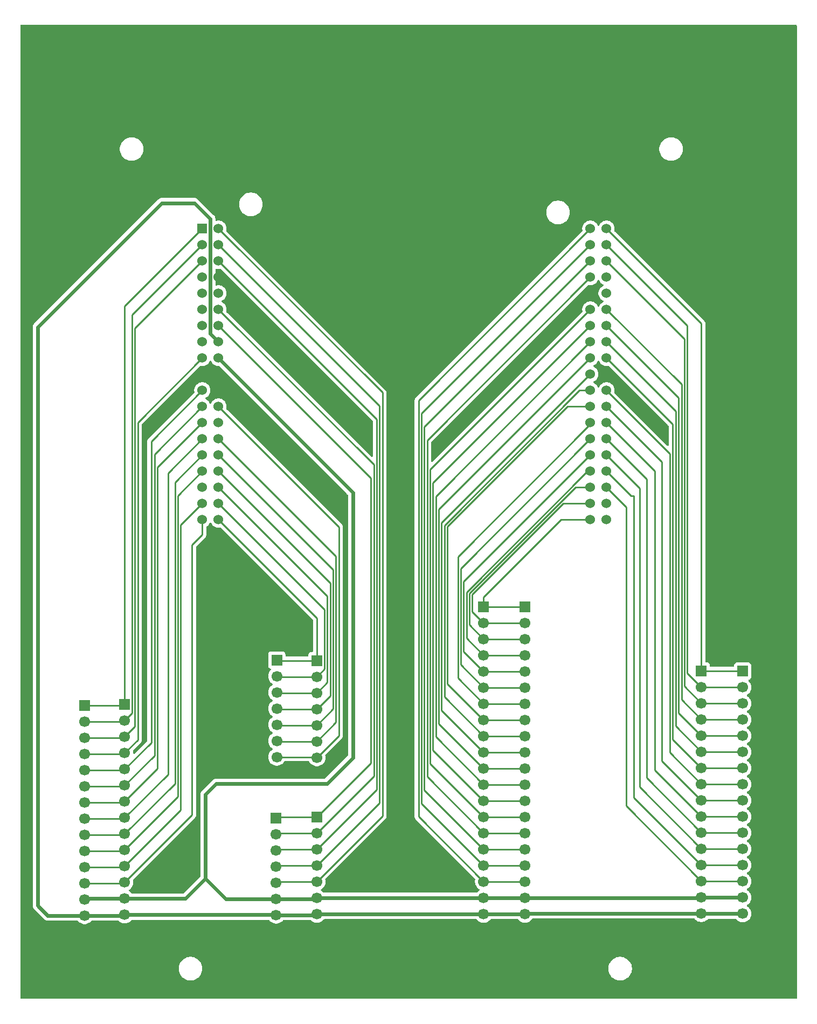
<source format=gbr>
%TF.GenerationSoftware,KiCad,Pcbnew,9.0.6*%
%TF.CreationDate,2025-11-01T18:17:41-06:00*%
%TF.ProjectId,STM32Nucleo_L476RG_Baseboard,53544d33-324e-4756-936c-656f5f4c3437,rev?*%
%TF.SameCoordinates,Original*%
%TF.FileFunction,Copper,L1,Top*%
%TF.FilePolarity,Positive*%
%FSLAX46Y46*%
G04 Gerber Fmt 4.6, Leading zero omitted, Abs format (unit mm)*
G04 Created by KiCad (PCBNEW 9.0.6) date 2025-11-01 18:17:41*
%MOMM*%
%LPD*%
G01*
G04 APERTURE LIST*
%TA.AperFunction,ComponentPad*%
%ADD10R,1.700000X1.700000*%
%TD*%
%TA.AperFunction,ComponentPad*%
%ADD11C,1.700000*%
%TD*%
%TA.AperFunction,ComponentPad*%
%ADD12R,1.524000X1.524000*%
%TD*%
%TA.AperFunction,ComponentPad*%
%ADD13C,1.524000*%
%TD*%
%TA.AperFunction,Conductor*%
%ADD14C,0.600000*%
%TD*%
%TA.AperFunction,Conductor*%
%ADD15C,0.250000*%
%TD*%
G04 APERTURE END LIST*
D10*
%TO.P,J8,1,Pin_1*%
%TO.N,/RESET*%
X75100000Y-144940000D03*
D11*
%TO.P,J8,2,Pin_2*%
%TO.N,/IOREF*%
X75100000Y-147480000D03*
%TO.P,J8,3,Pin_3*%
%TO.N,/E5V*%
X75100000Y-150020000D03*
%TO.P,J8,4,Pin_4*%
%TO.N,/PD2*%
X75100000Y-152560000D03*
%TO.P,J8,5,Pin_5*%
%TO.N,/PC11*%
X75100000Y-155100000D03*
%TO.P,J8,6,Pin_6*%
%TO.N,/+5V*%
X75100000Y-157640000D03*
%TO.P,J8,7,Pin_7*%
%TO.N,/+3V3*%
X75100000Y-160180000D03*
%TO.P,J8,8,Pin_8*%
%TO.N,/GND*%
X75100000Y-162720000D03*
%TO.P,J8,9,Pin_9*%
X75100000Y-165260000D03*
%TO.P,J8,10,Pin_10*%
X75100000Y-167800000D03*
%TD*%
D10*
%TO.P,J4,1,Pin_1*%
%TO.N,/RESET*%
X68700000Y-145080000D03*
D11*
%TO.P,J4,2,Pin_2*%
%TO.N,/IOREF*%
X68700000Y-147620000D03*
%TO.P,J4,3,Pin_3*%
%TO.N,/E5V*%
X68700000Y-150160000D03*
%TO.P,J4,4,Pin_4*%
%TO.N,/PD2*%
X68700000Y-152700000D03*
%TO.P,J4,5,Pin_5*%
%TO.N,/PC11*%
X68700000Y-155240000D03*
%TO.P,J4,6,Pin_6*%
%TO.N,/+5V*%
X68700000Y-157780000D03*
%TO.P,J4,7,Pin_7*%
%TO.N,/+3V3*%
X68700000Y-160320000D03*
%TO.P,J4,8,Pin_8*%
%TO.N,/GND*%
X68700000Y-162860000D03*
%TO.P,J4,9,Pin_9*%
X68700000Y-165400000D03*
%TO.P,J4,10,Pin_10*%
X68700000Y-167940000D03*
%TD*%
D10*
%TO.P,J2,1,Pin_1*%
%TO.N,/PC0*%
X75100000Y-120360000D03*
D11*
%TO.P,J2,2,Pin_2*%
%TO.N,/PC1*%
X75100000Y-122900000D03*
%TO.P,J2,3,Pin_3*%
%TO.N,/PB0*%
X75100000Y-125440000D03*
%TO.P,J2,4,Pin_4*%
%TO.N,/PA4*%
X75100000Y-127980000D03*
%TO.P,J2,5,Pin_5*%
%TO.N,/PA1*%
X75100000Y-130520000D03*
%TO.P,J2,6,Pin_6*%
%TO.N,/PA0*%
X75100000Y-133060000D03*
%TO.P,J2,7,Pin_7*%
%TO.N,/VIN*%
X75100000Y-135600000D03*
%TD*%
D10*
%TO.P,J1,1,Pin_1*%
%TO.N,/PC0*%
X68800000Y-120280000D03*
D11*
%TO.P,J1,2,Pin_2*%
%TO.N,/PC1*%
X68800000Y-122820000D03*
%TO.P,J1,3,Pin_3*%
%TO.N,/PB0*%
X68800000Y-125360000D03*
%TO.P,J1,4,Pin_4*%
%TO.N,/PA4*%
X68800000Y-127900000D03*
%TO.P,J1,5,Pin_5*%
%TO.N,/PA1*%
X68800000Y-130440000D03*
%TO.P,J1,6,Pin_6*%
%TO.N,/PA0*%
X68800000Y-132980000D03*
%TO.P,J1,7,Pin_7*%
%TO.N,/VIN*%
X68800000Y-135520000D03*
%TD*%
%TO.P,J6,19,Pin_19*%
%TO.N,/GND*%
X142000000Y-167740000D03*
%TO.P,J6,18,Pin_18*%
X142000000Y-165200000D03*
%TO.P,J6,17,Pin_17*%
X142000000Y-162660000D03*
%TO.P,J6,16,Pin_16*%
%TO.N,/+3V3*%
X142000000Y-160120000D03*
%TO.P,J6,15,Pin_15*%
%TO.N,/+5V*%
X142000000Y-157580000D03*
%TO.P,J6,14,Pin_14*%
%TO.N,/PC4*%
X142000000Y-155040000D03*
%TO.P,J6,13,Pin_13*%
%TO.N,/AGND*%
X142000000Y-152500000D03*
%TO.P,J6,12,Pin_12*%
%TO.N,/PB13*%
X142000000Y-149960000D03*
%TO.P,J6,11,Pin_11*%
%TO.N,/PB14*%
X142000000Y-147420000D03*
%TO.P,J6,10,Pin_10*%
%TO.N,/PB15*%
X142000000Y-144880000D03*
%TO.P,J6,9,Pin_9*%
%TO.N,/PB1*%
X142000000Y-142340000D03*
%TO.P,J6,8,Pin_8*%
%TO.N,/PB2*%
X142000000Y-139800000D03*
%TO.P,J6,7,Pin_7*%
%TO.N,/PB11*%
X142000000Y-137260000D03*
%TO.P,J6,6,Pin_6*%
%TO.N,/PB12*%
X142000000Y-134720000D03*
%TO.P,J6,5,Pin_5*%
%TO.N,/PA11*%
X142000000Y-132180000D03*
%TO.P,J6,4,Pin_4*%
%TO.N,/PA12*%
X142000000Y-129640000D03*
%TO.P,J6,3,Pin_3*%
%TO.N,/PC5*%
X142000000Y-127100000D03*
%TO.P,J6,2,Pin_2*%
%TO.N,/PC6*%
X142000000Y-124560000D03*
D10*
%TO.P,J6,1,Pin_1*%
%TO.N,/PC8*%
X142000000Y-122020000D03*
%TD*%
D11*
%TO.P,J10,19,Pin_19*%
%TO.N,/GND*%
X135500000Y-167700000D03*
%TO.P,J10,18,Pin_18*%
X135500000Y-165160000D03*
%TO.P,J10,17,Pin_17*%
X135500000Y-162620000D03*
%TO.P,J10,16,Pin_16*%
%TO.N,/+3V3*%
X135500000Y-160080000D03*
%TO.P,J10,15,Pin_15*%
%TO.N,/+5V*%
X135500000Y-157540000D03*
%TO.P,J10,14,Pin_14*%
%TO.N,/PC4*%
X135500000Y-155000000D03*
%TO.P,J10,13,Pin_13*%
%TO.N,/AGND*%
X135500000Y-152460000D03*
%TO.P,J10,12,Pin_12*%
%TO.N,/PB13*%
X135500000Y-149920000D03*
%TO.P,J10,11,Pin_11*%
%TO.N,/PB14*%
X135500000Y-147380000D03*
%TO.P,J10,10,Pin_10*%
%TO.N,/PB15*%
X135500000Y-144840000D03*
%TO.P,J10,9,Pin_9*%
%TO.N,/PB1*%
X135500000Y-142300000D03*
%TO.P,J10,8,Pin_8*%
%TO.N,/PB2*%
X135500000Y-139760000D03*
%TO.P,J10,7,Pin_7*%
%TO.N,/PB11*%
X135500000Y-137220000D03*
%TO.P,J10,6,Pin_6*%
%TO.N,/PB12*%
X135500000Y-134680000D03*
%TO.P,J10,5,Pin_5*%
%TO.N,/PA11*%
X135500000Y-132140000D03*
%TO.P,J10,4,Pin_4*%
%TO.N,/PA12*%
X135500000Y-129600000D03*
%TO.P,J10,3,Pin_3*%
%TO.N,/PC5*%
X135500000Y-127060000D03*
%TO.P,J10,2,Pin_2*%
%TO.N,/PC6*%
X135500000Y-124520000D03*
D10*
%TO.P,J10,1,Pin_1*%
%TO.N,/PC8*%
X135500000Y-121980000D03*
%TD*%
D11*
%TO.P,J7,17,Pin_17*%
%TO.N,/GND*%
X44900000Y-167900000D03*
%TO.P,J7,16,Pin_16*%
X44900000Y-165360000D03*
%TO.P,J7,15,Pin_15*%
X44900000Y-162820000D03*
%TO.P,J7,14,Pin_14*%
%TO.N,/+3V3*%
X44900000Y-160280000D03*
%TO.P,J7,13,Pin_13*%
%TO.N,/+5V*%
X44900000Y-157740000D03*
%TO.P,J7,12,Pin_12*%
%TO.N,/PC3*%
X44900000Y-155200000D03*
%TO.P,J7,11,Pin_11*%
%TO.N,/PC2*%
X44900000Y-152660000D03*
%TO.P,J7,10,Pin_10*%
%TO.N,/PH1*%
X44900000Y-150120000D03*
%TO.P,J7,9,Pin_9*%
%TO.N,/PH0*%
X44900000Y-147580000D03*
%TO.P,J7,8,Pin_8*%
%TO.N,/PC15*%
X44900000Y-145040000D03*
%TO.P,J7,7,Pin_7*%
%TO.N,/PC14*%
X44900000Y-142500000D03*
%TO.P,J7,6,Pin_6*%
%TO.N,/PC13*%
X44900000Y-139960000D03*
%TO.P,J7,5,Pin_5*%
%TO.N,/PB7*%
X44900000Y-137420000D03*
%TO.P,J7,4,Pin_4*%
%TO.N,/PA15*%
X44900000Y-134880000D03*
%TO.P,J7,3,Pin_3*%
%TO.N,/VDD*%
X44900000Y-132340000D03*
%TO.P,J7,2,Pin_2*%
%TO.N,/PC12*%
X44900000Y-129800000D03*
D10*
%TO.P,J7,1,Pin_1*%
%TO.N,/PC10*%
X44900000Y-127260000D03*
%TD*%
%TO.P,J3,1,Pin_1*%
%TO.N,/PC10*%
X38600000Y-127390000D03*
D11*
%TO.P,J3,2,Pin_2*%
%TO.N,/PC12*%
X38600000Y-129930000D03*
%TO.P,J3,3,Pin_3*%
%TO.N,/VDD*%
X38600000Y-132470000D03*
%TO.P,J3,4,Pin_4*%
%TO.N,/PA15*%
X38600000Y-135010000D03*
%TO.P,J3,5,Pin_5*%
%TO.N,/PB7*%
X38600000Y-137550000D03*
%TO.P,J3,6,Pin_6*%
%TO.N,/PC13*%
X38600000Y-140090000D03*
%TO.P,J3,7,Pin_7*%
%TO.N,/PC14*%
X38600000Y-142630000D03*
%TO.P,J3,8,Pin_8*%
%TO.N,/PC15*%
X38600000Y-145170000D03*
%TO.P,J3,9,Pin_9*%
%TO.N,/PH0*%
X38600000Y-147710000D03*
%TO.P,J3,10,Pin_10*%
%TO.N,/PH1*%
X38600000Y-150250000D03*
%TO.P,J3,11,Pin_11*%
%TO.N,/PC2*%
X38600000Y-152790000D03*
%TO.P,J3,12,Pin_12*%
%TO.N,/PC3*%
X38600000Y-155330000D03*
%TO.P,J3,13,Pin_13*%
%TO.N,/+5V*%
X38600000Y-157870000D03*
%TO.P,J3,14,Pin_14*%
%TO.N,/+3V3*%
X38600000Y-160410000D03*
%TO.P,J3,15,Pin_15*%
%TO.N,/GND*%
X38600000Y-162950000D03*
%TO.P,J3,16,Pin_16*%
X38600000Y-165490000D03*
%TO.P,J3,17,Pin_17*%
X38600000Y-168030000D03*
%TD*%
D12*
%TO.P,U1,CN7_1,PC10*%
%TO.N,/PC10*%
X57100000Y-52500000D03*
D13*
%TO.P,U1,CN10_1,PC9*%
%TO.N,/PC9*%
X118060000Y-52500000D03*
%TO.P,U1,CN10_2,PC8*%
%TO.N,/PC8*%
X120600000Y-52500000D03*
%TO.P,U1,CN10_3,PB8*%
%TO.N,/PB8*%
X118060000Y-55040000D03*
%TO.P,U1,CN10_4,PC6*%
%TO.N,/PC6*%
X120600000Y-55040000D03*
%TO.P,U1,CN10_5,PB9*%
%TO.N,/PB9*%
X118060000Y-57580000D03*
%TO.P,U1,CN10_6,PC5*%
%TO.N,/PC5*%
X120600000Y-57580000D03*
%TO.P,U1,CN10_7,AVDD*%
%TO.N,/AVDD*%
X118060000Y-60120000D03*
%TO.P,U1,CN10_8,U5V*%
%TO.N,unconnected-(U1B-U5V-PadCN10_8)*%
X120600000Y-60120000D03*
%TO.P,U1,CN10_9,GND_CN10_9*%
%TO.N,/GND*%
X118060000Y-62660000D03*
%TO.P,U1,CN10_10,NC_CN10_10*%
%TO.N,unconnected-(U1B-NC_CN10_10-PadCN10_10)*%
X120600000Y-62660000D03*
%TO.P,U1,CN10_11,PA5*%
%TO.N,/PA5*%
X118060000Y-65200000D03*
%TO.P,U1,CN10_12,PA12*%
%TO.N,/PA12*%
X120600000Y-65200000D03*
%TO.P,U1,CN10_13,PA6*%
%TO.N,/PA6*%
X118060000Y-67740000D03*
%TO.P,U1,CN10_14,PA11*%
%TO.N,/PA11*%
X120600000Y-67740000D03*
%TO.P,U1,CN10_15,PA7*%
%TO.N,/PA7*%
X118060000Y-70280000D03*
%TO.P,U1,CN10_16,PB12*%
%TO.N,/PB12*%
X120600000Y-70280000D03*
%TO.P,U1,CN10_17,PB6*%
%TO.N,/PB6*%
X118060000Y-72820000D03*
%TO.P,U1,CN10_18,PB11*%
%TO.N,/PB11*%
X120600000Y-72820000D03*
%TO.P,U1,CN10_19,PC7*%
%TO.N,/PC7*%
X118060000Y-75360000D03*
%TO.P,U1,CN10_20,GND_CN10_20*%
%TO.N,/GND*%
X120600000Y-75360000D03*
%TO.P,U1,CN10_21,PA9*%
%TO.N,/PA9*%
X118060000Y-77900000D03*
%TO.P,U1,CN10_22,PB2*%
%TO.N,/PB2*%
X120600000Y-77900000D03*
%TO.P,U1,CN10_23,PA8*%
%TO.N,/PA8*%
X118060000Y-80440000D03*
%TO.P,U1,CN10_24,PB1*%
%TO.N,/PB1*%
X120600000Y-80440000D03*
%TO.P,U1,CN10_25,PB10*%
%TO.N,/PB10*%
X118060000Y-82980000D03*
%TO.P,U1,CN10_26,PB15*%
%TO.N,/PB15*%
X120600000Y-82980000D03*
%TO.P,U1,CN10_27,PB4*%
%TO.N,/PB4*%
X118060000Y-85520000D03*
%TO.P,U1,CN10_28,PB14*%
%TO.N,/PB14*%
X120600000Y-85520000D03*
%TO.P,U1,CN10_29,PB5*%
%TO.N,/PB5*%
X118060000Y-88060000D03*
%TO.P,U1,CN10_30,PB13*%
%TO.N,/PB13*%
X120600000Y-88060000D03*
%TO.P,U1,CN10_31,PB3*%
%TO.N,/PB3*%
X118060000Y-90600000D03*
%TO.P,U1,CN10_32,AGND*%
%TO.N,/AGND*%
X120600000Y-90600000D03*
%TO.P,U1,CN10_33,PA10*%
%TO.N,/PA10*%
X118060000Y-93140000D03*
%TO.P,U1,CN10_34,PC4*%
%TO.N,/PC4*%
X120600000Y-93140000D03*
%TO.P,U1,CN10_35,PA2*%
%TO.N,/PA2*%
X118060000Y-95680000D03*
%TO.P,U1,CN10_36,NC_CN10_36*%
%TO.N,unconnected-(U1B-NC_CN10_36-PadCN10_36)*%
X120600000Y-95680000D03*
%TO.P,U1,CN10_37,PA3*%
%TO.N,/PA3*%
X118060000Y-98220000D03*
%TO.P,U1,CN10_38,NC_CN10_38*%
%TO.N,unconnected-(U1B-NC_CN10_38-PadCN10_38)*%
X120600000Y-98220000D03*
%TO.P,U1,CN7_2,PC11*%
%TO.N,/PC11*%
X59640000Y-52500000D03*
%TO.P,U1,CN7_3,PC12*%
%TO.N,/PC12*%
X57100000Y-55040000D03*
%TO.P,U1,CN7_4,PD2*%
%TO.N,/PD2*%
X59640000Y-55040000D03*
%TO.P,U1,CN7_5,VDD*%
%TO.N,/VDD*%
X57100000Y-57580000D03*
%TO.P,U1,CN7_6,E5V*%
%TO.N,/E5V*%
X59640000Y-57580000D03*
%TO.P,U1,CN7_7,BOOT0*%
%TO.N,unconnected-(U1A-BOOT0-PadCN7_7)*%
X57100000Y-60120000D03*
%TO.P,U1,CN7_8,GND_CN7_8*%
%TO.N,/GND*%
X59640000Y-60120000D03*
%TO.P,U1,CN7_9,NC_CN7_9*%
%TO.N,unconnected-(U1A-NC_CN7_9-PadCN7_9)*%
X57100000Y-62660000D03*
%TO.P,U1,CN7_10,NC_CN7_10*%
%TO.N,unconnected-(U1A-NC_CN7_10-PadCN7_10)*%
X59640000Y-62660000D03*
%TO.P,U1,CN7_11,NC_CN7_11*%
%TO.N,unconnected-(U1A-NC_CN7_11-PadCN7_11)*%
X57100000Y-65200000D03*
%TO.P,U1,CN7_12,IOREF*%
%TO.N,/IOREF*%
X59640000Y-65200000D03*
%TO.P,U1,CN7_13,PA13*%
%TO.N,unconnected-(U1A-PA13-PadCN7_13)*%
X57100000Y-67740000D03*
%TO.P,U1,CN7_14,RESET*%
%TO.N,/RESET*%
X59640000Y-67740000D03*
%TO.P,U1,CN7_15,PA14*%
%TO.N,unconnected-(U1A-PA14-PadCN7_15)*%
X57100000Y-70280000D03*
%TO.P,U1,CN7_16,+3V3*%
%TO.N,/+3V3*%
X59640000Y-70280000D03*
%TO.P,U1,CN7_17,PA15*%
%TO.N,/PA15*%
X57100000Y-72820000D03*
%TO.P,U1,CN7_18,+5V*%
%TO.N,/+5V*%
X59640000Y-72820000D03*
%TO.P,U1,CN7_19,GND_CN7_19*%
%TO.N,/GND*%
X57100000Y-75360000D03*
%TO.P,U1,CN7_20,GND_CN7_20*%
X59640000Y-75360000D03*
%TO.P,U1,CN7_21,PB7*%
%TO.N,/PB7*%
X57100000Y-77900000D03*
%TO.P,U1,CN7_22,GND_CN7_22*%
%TO.N,/GND*%
X59640000Y-77900000D03*
%TO.P,U1,CN7_23,PC13*%
%TO.N,/PC13*%
X57100000Y-80440000D03*
%TO.P,U1,CN7_24,VIN*%
%TO.N,/VIN*%
X59640000Y-80440000D03*
%TO.P,U1,CN7_25,PC14*%
%TO.N,/PC14*%
X57100000Y-82980000D03*
%TO.P,U1,CN7_26,NC_CN7_26*%
%TO.N,unconnected-(U1A-NC_CN7_26-PadCN7_26)*%
X59640000Y-82980000D03*
%TO.P,U1,CN7_27,PC15*%
%TO.N,/PC15*%
X57100000Y-85520000D03*
%TO.P,U1,CN7_28,PA0*%
%TO.N,/PA0*%
X59640000Y-85520000D03*
%TO.P,U1,CN7_29,PH0*%
%TO.N,/PH0*%
X57100000Y-88060000D03*
%TO.P,U1,CN7_30,PA1*%
%TO.N,/PA1*%
X59640000Y-88060000D03*
%TO.P,U1,CN7_31,PH1*%
%TO.N,/PH1*%
X57100000Y-90600000D03*
%TO.P,U1,CN7_32,PA4*%
%TO.N,/PA4*%
X59640000Y-90600000D03*
%TO.P,U1,CN7_33,VBAT*%
%TO.N,unconnected-(U1A-VBAT-PadCN7_33)*%
X57100000Y-93140000D03*
%TO.P,U1,CN7_34,PB0*%
%TO.N,/PB0*%
X59640000Y-93140000D03*
%TO.P,U1,CN7_35,PC2*%
%TO.N,/PC2*%
X57100000Y-95680000D03*
%TO.P,U1,CN7_36,PC1*%
%TO.N,/PC1*%
X59640000Y-95680000D03*
%TO.P,U1,CN7_37,PC3*%
%TO.N,/PC3*%
X57100000Y-98220000D03*
%TO.P,U1,CN7_38,PC0*%
%TO.N,/PC0*%
X59640000Y-98220000D03*
%TD*%
D10*
%TO.P,J9,1,Pin_1*%
%TO.N,/PA3*%
X107800000Y-111920000D03*
D11*
%TO.P,J9,2,Pin_2*%
%TO.N,/PA2*%
X107800000Y-114460000D03*
%TO.P,J9,3,Pin_3*%
%TO.N,/PA10*%
X107800000Y-117000000D03*
%TO.P,J9,4,Pin_4*%
%TO.N,/PB3*%
X107800000Y-119540000D03*
%TO.P,J9,5,Pin_5*%
%TO.N,/PB5*%
X107800000Y-122080000D03*
%TO.P,J9,6,Pin_6*%
%TO.N,/PB4*%
X107800000Y-124620000D03*
%TO.P,J9,7,Pin_7*%
%TO.N,/PB10*%
X107800000Y-127160000D03*
%TO.P,J9,8,Pin_8*%
%TO.N,/PA8*%
X107800000Y-129700000D03*
%TO.P,J9,9,Pin_9*%
%TO.N,/PA9*%
X107800000Y-132240000D03*
%TO.P,J9,10,Pin_10*%
%TO.N,/PC7*%
X107800000Y-134780000D03*
%TO.P,J9,11,Pin_11*%
%TO.N,/PB6*%
X107800000Y-137320000D03*
%TO.P,J9,12,Pin_12*%
%TO.N,/PA7*%
X107800000Y-139860000D03*
%TO.P,J9,13,Pin_13*%
%TO.N,/PA6*%
X107800000Y-142400000D03*
%TO.P,J9,14,Pin_14*%
%TO.N,/PA5*%
X107800000Y-144940000D03*
%TO.P,J9,15,Pin_15*%
%TO.N,/AVDD*%
X107800000Y-147480000D03*
%TO.P,J9,16,Pin_16*%
%TO.N,/PB9*%
X107800000Y-150020000D03*
%TO.P,J9,17,Pin_17*%
%TO.N,/PB8*%
X107800000Y-152560000D03*
%TO.P,J9,18,Pin_18*%
%TO.N,/PC9*%
X107800000Y-155100000D03*
%TO.P,J9,19,Pin_19*%
%TO.N,/+5V*%
X107800000Y-157640000D03*
%TO.P,J9,20,Pin_20*%
%TO.N,/+3V3*%
X107800000Y-160180000D03*
%TO.P,J9,21,Pin_21*%
%TO.N,/GND*%
X107800000Y-162720000D03*
%TO.P,J9,22,Pin_22*%
X107800000Y-165260000D03*
%TO.P,J9,23,Pin_23*%
X107800000Y-167800000D03*
%TD*%
D10*
%TO.P,J5,1,Pin_1*%
%TO.N,/PA3*%
X101300000Y-111920000D03*
D11*
%TO.P,J5,2,Pin_2*%
%TO.N,/PA2*%
X101300000Y-114460000D03*
%TO.P,J5,3,Pin_3*%
%TO.N,/PA10*%
X101300000Y-117000000D03*
%TO.P,J5,4,Pin_4*%
%TO.N,/PB3*%
X101300000Y-119540000D03*
%TO.P,J5,5,Pin_5*%
%TO.N,/PB5*%
X101300000Y-122080000D03*
%TO.P,J5,6,Pin_6*%
%TO.N,/PB4*%
X101300000Y-124620000D03*
%TO.P,J5,7,Pin_7*%
%TO.N,/PB10*%
X101300000Y-127160000D03*
%TO.P,J5,8,Pin_8*%
%TO.N,/PA8*%
X101300000Y-129700000D03*
%TO.P,J5,9,Pin_9*%
%TO.N,/PA9*%
X101300000Y-132240000D03*
%TO.P,J5,10,Pin_10*%
%TO.N,/PC7*%
X101300000Y-134780000D03*
%TO.P,J5,11,Pin_11*%
%TO.N,/PB6*%
X101300000Y-137320000D03*
%TO.P,J5,12,Pin_12*%
%TO.N,/PA7*%
X101300000Y-139860000D03*
%TO.P,J5,13,Pin_13*%
%TO.N,/PA6*%
X101300000Y-142400000D03*
%TO.P,J5,14,Pin_14*%
%TO.N,/PA5*%
X101300000Y-144940000D03*
%TO.P,J5,15,Pin_15*%
%TO.N,/AVDD*%
X101300000Y-147480000D03*
%TO.P,J5,16,Pin_16*%
%TO.N,/PB9*%
X101300000Y-150020000D03*
%TO.P,J5,17,Pin_17*%
%TO.N,/PB8*%
X101300000Y-152560000D03*
%TO.P,J5,18,Pin_18*%
%TO.N,/PC9*%
X101300000Y-155100000D03*
%TO.P,J5,19,Pin_19*%
%TO.N,/+5V*%
X101300000Y-157640000D03*
%TO.P,J5,20,Pin_20*%
%TO.N,/+3V3*%
X101300000Y-160180000D03*
%TO.P,J5,21,Pin_21*%
%TO.N,/GND*%
X101300000Y-162720000D03*
%TO.P,J5,22,Pin_22*%
X101300000Y-165260000D03*
%TO.P,J5,23,Pin_23*%
X101300000Y-167800000D03*
%TD*%
D14*
%TO.N,/+3V3*%
X34910000Y-160410000D02*
X38600000Y-160410000D01*
X34900000Y-160400000D02*
X34910000Y-160410000D01*
X31250000Y-158850000D02*
X32800000Y-160400000D01*
X31250000Y-67950000D02*
X31250000Y-158850000D01*
X55900000Y-48500000D02*
X50700000Y-48500000D01*
X58363000Y-50963000D02*
X55900000Y-48500000D01*
X50700000Y-48500000D02*
X31250000Y-67950000D01*
X58363000Y-69003000D02*
X58363000Y-50963000D01*
X32800000Y-160400000D02*
X34900000Y-160400000D01*
X59640000Y-70280000D02*
X58363000Y-69003000D01*
%TO.N,/+5V*%
X80800000Y-135600000D02*
X80800000Y-93980000D01*
X80800000Y-93980000D02*
X59640000Y-72820000D01*
X76700000Y-139700000D02*
X80800000Y-135600000D01*
X59300000Y-139700000D02*
X76700000Y-139700000D01*
X57600000Y-154600000D02*
X57600000Y-141400000D01*
X57600000Y-141400000D02*
X59300000Y-139700000D01*
%TO.N,/+3V3*%
X44900000Y-160280000D02*
X68660000Y-160280000D01*
X68660000Y-160280000D02*
X68700000Y-160320000D01*
%TO.N,/+5V*%
X60780000Y-157780000D02*
X57600000Y-154600000D01*
X68700000Y-157780000D02*
X60780000Y-157780000D01*
X54460000Y-157740000D02*
X57600000Y-154600000D01*
X44900000Y-157740000D02*
X54460000Y-157740000D01*
%TO.N,/+3V3*%
X44770000Y-160410000D02*
X44900000Y-160280000D01*
X38600000Y-160410000D02*
X44770000Y-160410000D01*
X101300000Y-160180000D02*
X75100000Y-160180000D01*
X107800000Y-160180000D02*
X101300000Y-160180000D01*
X107900000Y-160080000D02*
X107800000Y-160180000D01*
X135500000Y-160080000D02*
X107900000Y-160080000D01*
X135540000Y-160120000D02*
X135500000Y-160080000D01*
X142000000Y-160120000D02*
X135540000Y-160120000D01*
%TO.N,/+5V*%
X136000000Y-157580000D02*
X142000000Y-157580000D01*
X135960000Y-157540000D02*
X136000000Y-157580000D01*
X135500000Y-157540000D02*
X135960000Y-157540000D01*
X135400000Y-157640000D02*
X135500000Y-157540000D01*
X107800000Y-157640000D02*
X135400000Y-157640000D01*
X101300000Y-157640000D02*
X107800000Y-157640000D01*
X75100000Y-157640000D02*
X101300000Y-157640000D01*
X74960000Y-157780000D02*
X75100000Y-157640000D01*
X68700000Y-157780000D02*
X74960000Y-157780000D01*
%TO.N,/+3V3*%
X74960000Y-160320000D02*
X75100000Y-160180000D01*
X68700000Y-160320000D02*
X74960000Y-160320000D01*
%TO.N,/+5V*%
X38730000Y-157740000D02*
X38600000Y-157870000D01*
X44900000Y-157740000D02*
X38730000Y-157740000D01*
D15*
%TO.N,/VIN*%
X75020000Y-135520000D02*
X75100000Y-135600000D01*
X68800000Y-135520000D02*
X75020000Y-135520000D01*
%TO.N,/PA0*%
X68880000Y-133060000D02*
X68800000Y-132980000D01*
X75100000Y-133060000D02*
X68880000Y-133060000D01*
%TO.N,/PA1*%
X75100000Y-130520000D02*
X68880000Y-130520000D01*
X68880000Y-130520000D02*
X68800000Y-130440000D01*
%TO.N,/PA4*%
X68880000Y-127980000D02*
X68800000Y-127900000D01*
X75100000Y-127980000D02*
X68880000Y-127980000D01*
%TO.N,/PB0*%
X68880000Y-125440000D02*
X68800000Y-125360000D01*
X75100000Y-125440000D02*
X68880000Y-125440000D01*
%TO.N,/PC1*%
X68880000Y-122900000D02*
X68800000Y-122820000D01*
X75100000Y-122900000D02*
X68880000Y-122900000D01*
%TO.N,/PC0*%
X68880000Y-120360000D02*
X68800000Y-120280000D01*
X75100000Y-120360000D02*
X68880000Y-120360000D01*
%TO.N,/PC11*%
X68840000Y-155100000D02*
X68700000Y-155240000D01*
X75100000Y-155100000D02*
X68840000Y-155100000D01*
%TO.N,/PD2*%
X68840000Y-152560000D02*
X68700000Y-152700000D01*
X75100000Y-152560000D02*
X68840000Y-152560000D01*
%TO.N,/E5V*%
X68840000Y-150020000D02*
X68700000Y-150160000D01*
X75100000Y-150020000D02*
X68840000Y-150020000D01*
%TO.N,/IOREF*%
X68840000Y-147480000D02*
X68700000Y-147620000D01*
X75100000Y-147480000D02*
X68840000Y-147480000D01*
%TO.N,/RESET*%
X68840000Y-144940000D02*
X68700000Y-145080000D01*
X75100000Y-144940000D02*
X68840000Y-144940000D01*
%TO.N,/PC11*%
X85404000Y-78264000D02*
X59640000Y-52500000D01*
X85404000Y-144796000D02*
X85404000Y-78264000D01*
X75100000Y-155100000D02*
X85404000Y-144796000D01*
%TO.N,/PD2*%
X75100000Y-152560000D02*
X84953000Y-142707000D01*
X84953000Y-142707000D02*
X84953000Y-80353000D01*
X84953000Y-80353000D02*
X59640000Y-55040000D01*
%TO.N,/E5V*%
X84502000Y-140618000D02*
X84502000Y-82442000D01*
X84502000Y-82442000D02*
X59640000Y-57580000D01*
X75100000Y-150020000D02*
X84502000Y-140618000D01*
%TO.N,/IOREF*%
X84051000Y-138529000D02*
X84051000Y-89611000D01*
X75100000Y-147480000D02*
X84051000Y-138529000D01*
X84051000Y-89611000D02*
X59640000Y-65200000D01*
%TO.N,/RESET*%
X83600000Y-91700000D02*
X59640000Y-67740000D01*
X75100000Y-144940000D02*
X83600000Y-136440000D01*
X83600000Y-136440000D02*
X83600000Y-91700000D01*
%TO.N,/VIN*%
X78555000Y-99355000D02*
X59640000Y-80440000D01*
X78555000Y-132145000D02*
X78555000Y-99355000D01*
X75100000Y-135600000D02*
X78555000Y-132145000D01*
%TO.N,/PA0*%
X78104000Y-103984000D02*
X59640000Y-85520000D01*
X78104000Y-130056000D02*
X78104000Y-103984000D01*
X75100000Y-133060000D02*
X78104000Y-130056000D01*
%TO.N,/PA1*%
X77653000Y-106073000D02*
X59640000Y-88060000D01*
X77653000Y-127967000D02*
X77653000Y-106073000D01*
X75100000Y-130520000D02*
X77653000Y-127967000D01*
%TO.N,/PA4*%
X77202000Y-108162000D02*
X59640000Y-90600000D01*
X75100000Y-127980000D02*
X77202000Y-125878000D01*
X77202000Y-125878000D02*
X77202000Y-108162000D01*
%TO.N,/PB0*%
X76751000Y-110251000D02*
X59640000Y-93140000D01*
X76751000Y-123789000D02*
X76751000Y-110251000D01*
X75100000Y-125440000D02*
X76751000Y-123789000D01*
%TO.N,/PC1*%
X76300000Y-112340000D02*
X59640000Y-95680000D01*
X76300000Y-121700000D02*
X76300000Y-112340000D01*
X75100000Y-122900000D02*
X76300000Y-121700000D01*
%TO.N,/PC0*%
X75100000Y-113680000D02*
X59640000Y-98220000D01*
X75100000Y-120360000D02*
X75100000Y-113680000D01*
%TO.N,/PC4*%
X141960000Y-155000000D02*
X142000000Y-155040000D01*
X135500000Y-155000000D02*
X141960000Y-155000000D01*
%TO.N,/AGND*%
X141960000Y-152460000D02*
X142000000Y-152500000D01*
X135500000Y-152460000D02*
X141960000Y-152460000D01*
%TO.N,/PB13*%
X141960000Y-149920000D02*
X142000000Y-149960000D01*
X135500000Y-149920000D02*
X141960000Y-149920000D01*
%TO.N,/PB14*%
X135500000Y-147380000D02*
X141960000Y-147380000D01*
X141960000Y-147380000D02*
X142000000Y-147420000D01*
%TO.N,/PB15*%
X141960000Y-144840000D02*
X142000000Y-144880000D01*
X135500000Y-144840000D02*
X141960000Y-144840000D01*
%TO.N,/PB1*%
X141960000Y-142300000D02*
X142000000Y-142340000D01*
X135500000Y-142300000D02*
X141960000Y-142300000D01*
%TO.N,/PB2*%
X141960000Y-139760000D02*
X142000000Y-139800000D01*
X135500000Y-139760000D02*
X141960000Y-139760000D01*
%TO.N,/PB11*%
X141960000Y-137220000D02*
X142000000Y-137260000D01*
X135500000Y-137220000D02*
X141960000Y-137220000D01*
%TO.N,/PB12*%
X135720000Y-134720000D02*
X142000000Y-134720000D01*
X135680000Y-134680000D02*
X135720000Y-134720000D01*
X135500000Y-134680000D02*
X135680000Y-134680000D01*
%TO.N,/PA11*%
X135540000Y-132180000D02*
X142000000Y-132180000D01*
X135500000Y-132140000D02*
X135540000Y-132180000D01*
%TO.N,/PA12*%
X141960000Y-129600000D02*
X142000000Y-129640000D01*
X135500000Y-129600000D02*
X141960000Y-129600000D01*
%TO.N,/PC5*%
X141960000Y-127060000D02*
X142000000Y-127100000D01*
X135500000Y-127060000D02*
X141960000Y-127060000D01*
%TO.N,/PC6*%
X141960000Y-124520000D02*
X142000000Y-124560000D01*
X135500000Y-124520000D02*
X141960000Y-124520000D01*
%TO.N,/PC8*%
X141960000Y-121980000D02*
X142000000Y-122020000D01*
X135500000Y-121980000D02*
X141960000Y-121980000D01*
%TO.N,/PC4*%
X123700000Y-96240000D02*
X120600000Y-93140000D01*
X123700000Y-143200000D02*
X123700000Y-96240000D01*
X135500000Y-155000000D02*
X123700000Y-143200000D01*
%TO.N,/AGND*%
X124500000Y-94500000D02*
X120600000Y-90600000D01*
X124900000Y-94500000D02*
X124500000Y-94500000D01*
X124900000Y-141860000D02*
X124900000Y-94500000D01*
X135500000Y-152460000D02*
X124900000Y-141860000D01*
%TO.N,/PB13*%
X125800000Y-93260000D02*
X120600000Y-88060000D01*
X135500000Y-149920000D02*
X125800000Y-140220000D01*
X125800000Y-140220000D02*
X125800000Y-93260000D01*
%TO.N,/PB14*%
X126900000Y-91820000D02*
X120600000Y-85520000D01*
X126900000Y-138780000D02*
X126900000Y-91820000D01*
X135500000Y-147380000D02*
X126900000Y-138780000D01*
%TO.N,/PB15*%
X128200000Y-90580000D02*
X120600000Y-82980000D01*
X128200000Y-137540000D02*
X128200000Y-90580000D01*
X135500000Y-144840000D02*
X128200000Y-137540000D01*
%TO.N,/PB1*%
X129300000Y-89140000D02*
X120600000Y-80440000D01*
X129300000Y-136100000D02*
X129300000Y-89140000D01*
X135500000Y-142300000D02*
X129300000Y-136100000D01*
%TO.N,/PB2*%
X130549000Y-87849000D02*
X120600000Y-77900000D01*
X130549000Y-134809000D02*
X130549000Y-87849000D01*
X135500000Y-139760000D02*
X130549000Y-134809000D01*
%TO.N,/PB11*%
X131000000Y-83220000D02*
X120600000Y-72820000D01*
X131000000Y-132720000D02*
X131000000Y-83220000D01*
X135500000Y-137220000D02*
X131000000Y-132720000D01*
%TO.N,/PB12*%
X131496000Y-81176000D02*
X120600000Y-70280000D01*
X131496000Y-130676000D02*
X131496000Y-81176000D01*
X135500000Y-134680000D02*
X131496000Y-130676000D01*
%TO.N,/PA11*%
X131947000Y-79087000D02*
X120600000Y-67740000D01*
X131947000Y-128587000D02*
X131947000Y-79087000D01*
X135500000Y-132140000D02*
X131947000Y-128587000D01*
%TO.N,/PA12*%
X132398000Y-126498000D02*
X132398000Y-76998000D01*
X135500000Y-129600000D02*
X132398000Y-126498000D01*
X132398000Y-76998000D02*
X120600000Y-65200000D01*
%TO.N,/PC5*%
X132849000Y-124409000D02*
X132849000Y-69829000D01*
X135500000Y-127060000D02*
X132849000Y-124409000D01*
X132849000Y-69829000D02*
X120600000Y-57580000D01*
%TO.N,/PC6*%
X133300000Y-67740000D02*
X120600000Y-55040000D01*
X133300000Y-122320000D02*
X133300000Y-67740000D01*
X135500000Y-124520000D02*
X133300000Y-122320000D01*
%TO.N,/PC8*%
X135500000Y-67400000D02*
X120600000Y-52500000D01*
X135500000Y-121980000D02*
X135500000Y-67400000D01*
%TO.N,/PC9*%
X91090000Y-79470000D02*
X118060000Y-52500000D01*
X91090000Y-144890000D02*
X91090000Y-79470000D01*
X101300000Y-155100000D02*
X91090000Y-144890000D01*
%TO.N,/PB8*%
X91541000Y-81559000D02*
X118060000Y-55040000D01*
X91541000Y-142801000D02*
X91541000Y-81559000D01*
X101300000Y-152560000D02*
X91541000Y-142801000D01*
%TO.N,/PB9*%
X91992000Y-140712000D02*
X91992000Y-83648000D01*
X91992000Y-83648000D02*
X118060000Y-57580000D01*
X101300000Y-150020000D02*
X91992000Y-140712000D01*
%TO.N,/AVDD*%
X92443000Y-85737000D02*
X118060000Y-60120000D01*
X101300000Y-147480000D02*
X92443000Y-138623000D01*
X92443000Y-138623000D02*
X92443000Y-85737000D01*
%TO.N,/PA5*%
X92894000Y-90366000D02*
X118060000Y-65200000D01*
X92894000Y-136534000D02*
X92894000Y-90366000D01*
X101300000Y-144940000D02*
X92894000Y-136534000D01*
%TO.N,/PA6*%
X93345000Y-92455000D02*
X118060000Y-67740000D01*
X93345000Y-134445000D02*
X93345000Y-92455000D01*
X101300000Y-142400000D02*
X93345000Y-134445000D01*
%TO.N,/PA7*%
X93796000Y-94544000D02*
X118060000Y-70280000D01*
X93796000Y-132356000D02*
X93796000Y-94544000D01*
X101300000Y-139860000D02*
X93796000Y-132356000D01*
%TO.N,/PB6*%
X94247000Y-96633000D02*
X118060000Y-72820000D01*
X94247000Y-130267000D02*
X94247000Y-96633000D01*
X101300000Y-137320000D02*
X94247000Y-130267000D01*
%TO.N,/PC7*%
X94698000Y-98722000D02*
X118060000Y-75360000D01*
X101300000Y-134780000D02*
X94698000Y-128178000D01*
X94698000Y-128178000D02*
X94698000Y-98722000D01*
%TO.N,/PA9*%
X95149000Y-126089000D02*
X95149000Y-99113190D01*
X116362190Y-77900000D02*
X118060000Y-77900000D01*
X101300000Y-132240000D02*
X95149000Y-126089000D01*
X95149000Y-99113190D02*
X116362190Y-77900000D01*
%TO.N,/PA8*%
X95600000Y-99300000D02*
X114460000Y-80440000D01*
X95600000Y-124000000D02*
X95600000Y-99300000D01*
X114460000Y-80440000D02*
X118060000Y-80440000D01*
X101300000Y-129700000D02*
X95600000Y-124000000D01*
%TO.N,/PC9*%
X101300000Y-155100000D02*
X107800000Y-155100000D01*
%TO.N,/PB8*%
X101300000Y-152560000D02*
X107800000Y-152560000D01*
%TO.N,/PB9*%
X101300000Y-150020000D02*
X107800000Y-150020000D01*
%TO.N,/AVDD*%
X101300000Y-147480000D02*
X107800000Y-147480000D01*
%TO.N,/PA5*%
X101300000Y-144940000D02*
X107800000Y-144940000D01*
%TO.N,/PA6*%
X101300000Y-142400000D02*
X107800000Y-142400000D01*
%TO.N,/PA7*%
X101300000Y-139860000D02*
X107800000Y-139860000D01*
%TO.N,/PB6*%
X101300000Y-137320000D02*
X107800000Y-137320000D01*
%TO.N,/PC7*%
X101300000Y-134780000D02*
X107800000Y-134780000D01*
%TO.N,/PA9*%
X101300000Y-132240000D02*
X107800000Y-132240000D01*
%TO.N,/PA8*%
X101300000Y-129700000D02*
X107800000Y-129700000D01*
%TO.N,/PB10*%
X101300000Y-127160000D02*
X107800000Y-127160000D01*
%TO.N,/PB4*%
X101300000Y-124620000D02*
X107800000Y-124620000D01*
%TO.N,/PB5*%
X101300000Y-122080000D02*
X107800000Y-122080000D01*
%TO.N,/PB3*%
X101300000Y-119540000D02*
X107800000Y-119540000D01*
%TO.N,/PA10*%
X101300000Y-117000000D02*
X107800000Y-117000000D01*
%TO.N,/PB10*%
X97245000Y-123105000D02*
X97245000Y-104049486D01*
X101300000Y-127160000D02*
X97245000Y-123105000D01*
X97245000Y-104049486D02*
X118060000Y-83234486D01*
X118060000Y-83234486D02*
X118060000Y-82980000D01*
%TO.N,/PB4*%
X97696000Y-121016000D02*
X97696000Y-105884000D01*
X101300000Y-124620000D02*
X97696000Y-121016000D01*
X97696000Y-105884000D02*
X118060000Y-85520000D01*
%TO.N,/PB5*%
X98147000Y-107973000D02*
X118060000Y-88060000D01*
X98147000Y-118927000D02*
X98147000Y-107973000D01*
X101300000Y-122080000D02*
X98147000Y-118927000D01*
%TO.N,/PB3*%
X117624380Y-90600000D02*
X118060000Y-90600000D01*
X98598000Y-109626380D02*
X117624380Y-90600000D01*
X98598000Y-116838000D02*
X98598000Y-109626380D01*
X101300000Y-119540000D02*
X98598000Y-116838000D01*
%TO.N,/PA10*%
X115722190Y-93140000D02*
X118060000Y-93140000D01*
X99049000Y-114749000D02*
X99049000Y-109813190D01*
X101300000Y-117000000D02*
X99049000Y-114749000D01*
X99049000Y-109813190D02*
X115722190Y-93140000D01*
%TO.N,/PA2*%
X113820000Y-95680000D02*
X118060000Y-95680000D01*
X99500000Y-110000000D02*
X113820000Y-95680000D01*
X99500000Y-112660000D02*
X99500000Y-110000000D01*
X101300000Y-114460000D02*
X99500000Y-112660000D01*
%TO.N,/PA3*%
X113480000Y-98220000D02*
X118060000Y-98220000D01*
X101300000Y-110400000D02*
X113480000Y-98220000D01*
X101300000Y-111920000D02*
X101300000Y-110400000D01*
%TO.N,/PA2*%
X101300000Y-114460000D02*
X107800000Y-114460000D01*
%TO.N,/PA3*%
X101300000Y-111920000D02*
X107800000Y-111920000D01*
%TO.N,/PC3*%
X44770000Y-155330000D02*
X44900000Y-155200000D01*
X38600000Y-155330000D02*
X44770000Y-155330000D01*
%TO.N,/PC2*%
X44770000Y-152790000D02*
X44900000Y-152660000D01*
X38600000Y-152790000D02*
X44770000Y-152790000D01*
%TO.N,/PH1*%
X38600000Y-150250000D02*
X44770000Y-150250000D01*
X44770000Y-150250000D02*
X44900000Y-150120000D01*
%TO.N,/PH0*%
X44770000Y-147710000D02*
X44900000Y-147580000D01*
X38600000Y-147710000D02*
X44770000Y-147710000D01*
%TO.N,/PC15*%
X44770000Y-145170000D02*
X44900000Y-145040000D01*
X38600000Y-145170000D02*
X44770000Y-145170000D01*
%TO.N,/PC14*%
X38600000Y-142630000D02*
X44770000Y-142630000D01*
X44770000Y-142630000D02*
X44900000Y-142500000D01*
%TO.N,/PC13*%
X44770000Y-140090000D02*
X44900000Y-139960000D01*
X38600000Y-140090000D02*
X44770000Y-140090000D01*
%TO.N,/PB7*%
X38600000Y-137550000D02*
X44770000Y-137550000D01*
X44770000Y-137550000D02*
X44900000Y-137420000D01*
%TO.N,/PA15*%
X44770000Y-135010000D02*
X44900000Y-134880000D01*
X38600000Y-135010000D02*
X44770000Y-135010000D01*
%TO.N,/VDD*%
X44770000Y-132470000D02*
X44900000Y-132340000D01*
X38600000Y-132470000D02*
X44770000Y-132470000D01*
%TO.N,/PC12*%
X44770000Y-129930000D02*
X44900000Y-129800000D01*
X38600000Y-129930000D02*
X44770000Y-129930000D01*
%TO.N,/PC10*%
X44770000Y-127390000D02*
X44900000Y-127260000D01*
X38600000Y-127390000D02*
X44770000Y-127390000D01*
%TO.N,/PC3*%
X57100000Y-100600000D02*
X57100000Y-98220000D01*
X55500000Y-144600000D02*
X55500000Y-102200000D01*
X44900000Y-155200000D02*
X55500000Y-144600000D01*
X55500000Y-102200000D02*
X57100000Y-100600000D01*
%TO.N,/PC2*%
X53702000Y-99078000D02*
X57100000Y-95680000D01*
X53702000Y-143858000D02*
X53702000Y-99078000D01*
X44900000Y-152660000D02*
X53702000Y-143858000D01*
%TO.N,/PH1*%
X53251000Y-94449000D02*
X57100000Y-90600000D01*
X53251000Y-141769000D02*
X53251000Y-94449000D01*
X44900000Y-150120000D02*
X53251000Y-141769000D01*
%TO.N,/PH0*%
X52800000Y-92360000D02*
X57100000Y-88060000D01*
X52800000Y-139680000D02*
X52800000Y-92360000D01*
X44900000Y-147580000D02*
X52800000Y-139680000D01*
%TO.N,/PC15*%
X51700000Y-90920000D02*
X57100000Y-85520000D01*
X51700000Y-138240000D02*
X51700000Y-90920000D01*
X44900000Y-145040000D02*
X51700000Y-138240000D01*
%TO.N,/PC14*%
X50051000Y-90029000D02*
X57100000Y-82980000D01*
X50051000Y-137349000D02*
X50051000Y-90029000D01*
X44900000Y-142500000D02*
X50051000Y-137349000D01*
%TO.N,/PC13*%
X49600000Y-87940000D02*
X57100000Y-80440000D01*
X49600000Y-135260000D02*
X49600000Y-87940000D01*
X44900000Y-139960000D02*
X49600000Y-135260000D01*
%TO.N,/PB7*%
X49100000Y-85900000D02*
X57100000Y-77900000D01*
X44900000Y-137420000D02*
X49100000Y-133220000D01*
X49100000Y-133220000D02*
X49100000Y-85900000D01*
%TO.N,/PA15*%
X46978000Y-82942000D02*
X57100000Y-72820000D01*
X44900000Y-134880000D02*
X46978000Y-132802000D01*
X46978000Y-132802000D02*
X46978000Y-82942000D01*
%TO.N,/VDD*%
X46527000Y-68153000D02*
X57100000Y-57580000D01*
X46527000Y-130713000D02*
X46527000Y-68153000D01*
X44900000Y-132340000D02*
X46527000Y-130713000D01*
%TO.N,/PC12*%
X46076000Y-66064000D02*
X57100000Y-55040000D01*
X44900000Y-129800000D02*
X46076000Y-128624000D01*
X46076000Y-128624000D02*
X46076000Y-66064000D01*
%TO.N,/PC10*%
X44900000Y-127260000D02*
X44900000Y-64700000D01*
X44900000Y-64700000D02*
X57100000Y-52500000D01*
%TD*%
%TA.AperFunction,Conductor*%
%TO.N,/GND*%
G36*
X58387228Y-73261689D02*
G01*
X58399807Y-73261150D01*
X58419670Y-73272744D01*
X58441446Y-73280165D01*
X58450720Y-73290868D01*
X58460149Y-73296372D01*
X58480483Y-73325217D01*
X58560213Y-73481694D01*
X58677019Y-73642464D01*
X58817536Y-73782981D01*
X58978306Y-73899787D01*
X59065149Y-73944035D01*
X59155367Y-73990005D01*
X59155370Y-73990006D01*
X59249866Y-74020709D01*
X59344364Y-74051413D01*
X59540639Y-74082500D01*
X59540640Y-74082500D01*
X59719060Y-74082500D01*
X59786099Y-74102185D01*
X59806741Y-74118819D01*
X79963181Y-94275259D01*
X79996666Y-94336582D01*
X79999500Y-94362940D01*
X79999500Y-135217060D01*
X79979815Y-135284099D01*
X79963181Y-135304741D01*
X76404741Y-138863181D01*
X76343418Y-138896666D01*
X76317060Y-138899500D01*
X59221155Y-138899500D01*
X59066510Y-138930261D01*
X59066498Y-138930264D01*
X58920827Y-138990602D01*
X58920814Y-138990609D01*
X58789711Y-139078210D01*
X58789707Y-139078213D01*
X57509012Y-140358910D01*
X57089711Y-140778211D01*
X57037832Y-140830090D01*
X56978209Y-140889712D01*
X56890609Y-141020814D01*
X56890602Y-141020827D01*
X56830264Y-141166498D01*
X56830261Y-141166510D01*
X56799500Y-141321153D01*
X56799500Y-154217060D01*
X56779815Y-154284099D01*
X56763181Y-154304741D01*
X54164741Y-156903181D01*
X54103418Y-156936666D01*
X54077060Y-156939500D01*
X46050894Y-156939500D01*
X45983855Y-156919815D01*
X45950577Y-156888387D01*
X45930104Y-156860208D01*
X45779792Y-156709896D01*
X45779786Y-156709890D01*
X45607820Y-156584951D01*
X45607115Y-156584591D01*
X45599054Y-156580485D01*
X45548259Y-156532512D01*
X45531463Y-156464692D01*
X45553999Y-156398556D01*
X45599054Y-156359515D01*
X45607816Y-156355051D01*
X45629789Y-156339086D01*
X45779786Y-156230109D01*
X45779788Y-156230106D01*
X45779792Y-156230104D01*
X45930104Y-156079792D01*
X45930106Y-156079788D01*
X45930109Y-156079786D01*
X46055048Y-155907820D01*
X46055047Y-155907820D01*
X46055051Y-155907816D01*
X46151557Y-155718412D01*
X46217246Y-155516243D01*
X46250500Y-155306287D01*
X46250500Y-155093713D01*
X46217246Y-154883757D01*
X46212179Y-154868162D01*
X46210182Y-154798321D01*
X46242426Y-154742162D01*
X55898729Y-145085860D01*
X55898733Y-145085858D01*
X55985858Y-144998733D01*
X56050756Y-144901607D01*
X56054312Y-144896285D01*
X56086575Y-144818394D01*
X56101463Y-144782452D01*
X56118642Y-144696086D01*
X56125500Y-144661607D01*
X56125500Y-144538393D01*
X56125500Y-102510452D01*
X56145185Y-102443413D01*
X56161819Y-102422771D01*
X56870449Y-101714142D01*
X57585858Y-100998733D01*
X57654312Y-100896285D01*
X57701463Y-100782451D01*
X57725501Y-100661606D01*
X57725501Y-100538393D01*
X57725501Y-100533283D01*
X57725500Y-100533257D01*
X57725500Y-99389264D01*
X57745185Y-99322225D01*
X57776615Y-99288946D01*
X57922464Y-99182981D01*
X58062981Y-99042464D01*
X58179787Y-98881694D01*
X58259515Y-98725218D01*
X58307490Y-98674423D01*
X58375311Y-98657628D01*
X58441446Y-98680165D01*
X58480484Y-98725218D01*
X58560213Y-98881694D01*
X58677019Y-99042464D01*
X58817536Y-99182981D01*
X58978306Y-99299787D01*
X59022343Y-99322225D01*
X59155367Y-99390005D01*
X59155370Y-99390006D01*
X59249866Y-99420709D01*
X59344364Y-99451413D01*
X59540639Y-99482500D01*
X59540640Y-99482500D01*
X59739360Y-99482500D01*
X59739361Y-99482500D01*
X59917421Y-99454298D01*
X59986715Y-99463253D01*
X60024500Y-99489090D01*
X74438181Y-113902771D01*
X74471666Y-113964094D01*
X74474500Y-113990452D01*
X74474500Y-118885500D01*
X74454815Y-118952539D01*
X74402011Y-118998294D01*
X74350501Y-119009500D01*
X74202130Y-119009500D01*
X74202123Y-119009501D01*
X74142516Y-119015908D01*
X74007671Y-119066202D01*
X74007664Y-119066206D01*
X73892455Y-119152452D01*
X73892452Y-119152455D01*
X73806206Y-119267664D01*
X73806202Y-119267671D01*
X73755908Y-119402517D01*
X73749501Y-119462116D01*
X73749500Y-119462135D01*
X73749500Y-119610500D01*
X73729815Y-119677539D01*
X73677011Y-119723294D01*
X73625500Y-119734500D01*
X70274499Y-119734500D01*
X70207460Y-119714815D01*
X70161705Y-119662011D01*
X70150499Y-119610500D01*
X70150499Y-119382129D01*
X70150498Y-119382123D01*
X70150497Y-119382116D01*
X70144091Y-119322517D01*
X70093796Y-119187669D01*
X70093795Y-119187668D01*
X70093793Y-119187664D01*
X70007547Y-119072455D01*
X70007544Y-119072452D01*
X69892335Y-118986206D01*
X69892328Y-118986202D01*
X69757482Y-118935908D01*
X69757483Y-118935908D01*
X69697883Y-118929501D01*
X69697881Y-118929500D01*
X69697873Y-118929500D01*
X69697864Y-118929500D01*
X67902129Y-118929500D01*
X67902123Y-118929501D01*
X67842516Y-118935908D01*
X67707671Y-118986202D01*
X67707664Y-118986206D01*
X67592455Y-119072452D01*
X67592452Y-119072455D01*
X67506206Y-119187664D01*
X67506202Y-119187671D01*
X67455908Y-119322517D01*
X67449501Y-119382116D01*
X67449501Y-119382123D01*
X67449500Y-119382135D01*
X67449500Y-121177870D01*
X67449501Y-121177876D01*
X67455908Y-121237483D01*
X67506202Y-121372328D01*
X67506206Y-121372335D01*
X67592452Y-121487544D01*
X67592455Y-121487547D01*
X67707664Y-121573793D01*
X67707671Y-121573797D01*
X67839082Y-121622810D01*
X67895016Y-121664681D01*
X67919433Y-121730145D01*
X67904582Y-121798418D01*
X67883431Y-121826673D01*
X67769889Y-121940215D01*
X67644951Y-122112179D01*
X67548444Y-122301585D01*
X67482753Y-122503760D01*
X67449500Y-122713713D01*
X67449500Y-122926286D01*
X67478966Y-123112331D01*
X67482754Y-123136243D01*
X67536983Y-123303143D01*
X67548444Y-123338414D01*
X67644951Y-123527820D01*
X67769890Y-123699786D01*
X67920213Y-123850109D01*
X68092182Y-123975050D01*
X68100946Y-123979516D01*
X68151742Y-124027491D01*
X68168536Y-124095312D01*
X68145998Y-124161447D01*
X68100946Y-124200484D01*
X68092182Y-124204949D01*
X67920213Y-124329890D01*
X67769890Y-124480213D01*
X67644951Y-124652179D01*
X67548444Y-124841585D01*
X67482753Y-125043760D01*
X67449500Y-125253713D01*
X67449500Y-125466286D01*
X67482564Y-125675048D01*
X67482754Y-125676243D01*
X67544484Y-125866228D01*
X67548444Y-125878414D01*
X67644951Y-126067820D01*
X67769890Y-126239786D01*
X67920213Y-126390109D01*
X68092182Y-126515050D01*
X68100946Y-126519516D01*
X68151742Y-126567491D01*
X68168536Y-126635312D01*
X68145998Y-126701447D01*
X68100946Y-126740484D01*
X68092182Y-126744949D01*
X67920213Y-126869890D01*
X67769890Y-127020213D01*
X67644951Y-127192179D01*
X67548444Y-127381585D01*
X67482753Y-127583760D01*
X67449500Y-127793713D01*
X67449500Y-128006286D01*
X67482564Y-128215048D01*
X67482754Y-128216243D01*
X67538705Y-128388443D01*
X67548444Y-128418414D01*
X67644951Y-128607820D01*
X67769890Y-128779786D01*
X67920213Y-128930109D01*
X68092182Y-129055050D01*
X68100946Y-129059516D01*
X68151742Y-129107491D01*
X68168536Y-129175312D01*
X68145998Y-129241447D01*
X68100946Y-129280484D01*
X68092182Y-129284949D01*
X67920213Y-129409890D01*
X67769890Y-129560213D01*
X67644951Y-129732179D01*
X67548444Y-129921585D01*
X67482753Y-130123760D01*
X67449500Y-130333713D01*
X67449500Y-130546286D01*
X67482564Y-130755048D01*
X67482754Y-130756243D01*
X67538705Y-130928443D01*
X67548444Y-130958414D01*
X67644951Y-131147820D01*
X67769890Y-131319786D01*
X67920213Y-131470109D01*
X68092182Y-131595050D01*
X68100946Y-131599516D01*
X68151742Y-131647491D01*
X68168536Y-131715312D01*
X68145998Y-131781447D01*
X68100946Y-131820484D01*
X68092182Y-131824949D01*
X67920213Y-131949890D01*
X67769890Y-132100213D01*
X67644951Y-132272179D01*
X67548444Y-132461585D01*
X67482753Y-132663760D01*
X67463354Y-132786243D01*
X67449500Y-132873713D01*
X67449500Y-133086287D01*
X67452905Y-133107783D01*
X67482564Y-133295048D01*
X67482754Y-133296243D01*
X67538705Y-133468443D01*
X67548444Y-133498414D01*
X67644951Y-133687820D01*
X67769890Y-133859786D01*
X67920213Y-134010109D01*
X68092182Y-134135050D01*
X68100946Y-134139516D01*
X68151742Y-134187491D01*
X68168536Y-134255312D01*
X68145998Y-134321447D01*
X68100946Y-134360484D01*
X68092182Y-134364949D01*
X67920213Y-134489890D01*
X67769890Y-134640213D01*
X67644951Y-134812179D01*
X67548444Y-135001585D01*
X67482753Y-135203760D01*
X67449500Y-135413713D01*
X67449500Y-135626286D01*
X67482564Y-135835048D01*
X67482754Y-135836243D01*
X67538705Y-136008443D01*
X67548444Y-136038414D01*
X67644951Y-136227820D01*
X67769890Y-136399786D01*
X67920213Y-136550109D01*
X68092179Y-136675048D01*
X68092181Y-136675049D01*
X68092184Y-136675051D01*
X68281588Y-136771557D01*
X68483757Y-136837246D01*
X68693713Y-136870500D01*
X68693714Y-136870500D01*
X68906286Y-136870500D01*
X68906287Y-136870500D01*
X69116243Y-136837246D01*
X69318412Y-136771557D01*
X69507816Y-136675051D01*
X69569681Y-136630104D01*
X69679786Y-136550109D01*
X69679788Y-136550106D01*
X69679792Y-136550104D01*
X69830104Y-136399792D01*
X69830106Y-136399788D01*
X69830109Y-136399786D01*
X69955049Y-136227819D01*
X69957226Y-136223548D01*
X69962497Y-136213203D01*
X70010473Y-136162408D01*
X70072981Y-136145500D01*
X73786257Y-136145500D01*
X73853296Y-136165185D01*
X73896742Y-136213205D01*
X73904189Y-136227820D01*
X73940173Y-136298443D01*
X73944951Y-136307819D01*
X74069890Y-136479786D01*
X74220213Y-136630109D01*
X74392179Y-136755048D01*
X74392181Y-136755049D01*
X74392184Y-136755051D01*
X74581588Y-136851557D01*
X74783757Y-136917246D01*
X74993713Y-136950500D01*
X74993714Y-136950500D01*
X75206286Y-136950500D01*
X75206287Y-136950500D01*
X75416243Y-136917246D01*
X75618412Y-136851557D01*
X75807816Y-136755051D01*
X75891158Y-136694500D01*
X75979786Y-136630109D01*
X75979788Y-136630106D01*
X75979792Y-136630104D01*
X76130104Y-136479792D01*
X76130106Y-136479788D01*
X76130109Y-136479786D01*
X76255048Y-136307820D01*
X76255049Y-136307819D01*
X76255051Y-136307816D01*
X76351557Y-136118412D01*
X76417246Y-135916243D01*
X76450500Y-135706287D01*
X76450500Y-135493713D01*
X76417246Y-135283757D01*
X76412179Y-135268162D01*
X76410182Y-135198321D01*
X76442426Y-135142162D01*
X78953729Y-132630860D01*
X78953733Y-132630858D01*
X79040858Y-132543733D01*
X79099317Y-132456243D01*
X79109312Y-132441285D01*
X79145259Y-132354500D01*
X79156463Y-132327452D01*
X79180500Y-132206606D01*
X79180500Y-99422741D01*
X79180501Y-99422720D01*
X79180501Y-99293391D01*
X79156464Y-99172555D01*
X79156463Y-99172549D01*
X79109312Y-99058715D01*
X79040858Y-98956267D01*
X79040855Y-98956263D01*
X60909090Y-80824500D01*
X60875605Y-80763177D01*
X60874298Y-80717421D01*
X60902500Y-80539360D01*
X60902500Y-80340639D01*
X60888578Y-80252739D01*
X60871413Y-80144364D01*
X60810005Y-79955368D01*
X60810005Y-79955367D01*
X60733924Y-79806051D01*
X60719787Y-79778306D01*
X60602981Y-79617536D01*
X60462464Y-79477019D01*
X60301694Y-79360213D01*
X60273976Y-79346090D01*
X60124632Y-79269994D01*
X60124629Y-79269993D01*
X59935637Y-79208587D01*
X59837498Y-79193043D01*
X59739361Y-79177500D01*
X59540639Y-79177500D01*
X59475214Y-79187862D01*
X59344362Y-79208587D01*
X59155370Y-79269993D01*
X59155367Y-79269994D01*
X58978305Y-79360213D01*
X58817533Y-79477021D01*
X58677021Y-79617533D01*
X58560213Y-79778305D01*
X58480485Y-79934780D01*
X58432510Y-79985576D01*
X58364689Y-80002371D01*
X58298554Y-79979833D01*
X58259515Y-79934780D01*
X58198229Y-79814500D01*
X58179787Y-79778306D01*
X58062981Y-79617536D01*
X57922464Y-79477019D01*
X57761694Y-79360213D01*
X57605218Y-79280484D01*
X57554423Y-79232510D01*
X57537628Y-79164689D01*
X57560165Y-79098554D01*
X57605218Y-79059515D01*
X57761694Y-78979787D01*
X57922464Y-78862981D01*
X58062981Y-78722464D01*
X58179787Y-78561694D01*
X58270005Y-78384632D01*
X58331413Y-78195636D01*
X58362500Y-77999361D01*
X58362500Y-77800639D01*
X58331413Y-77604364D01*
X58270005Y-77415368D01*
X58270005Y-77415367D01*
X58179786Y-77238305D01*
X58167047Y-77220771D01*
X58062981Y-77077536D01*
X57922464Y-76937019D01*
X57761694Y-76820213D01*
X57584632Y-76729994D01*
X57584629Y-76729993D01*
X57395637Y-76668587D01*
X57297498Y-76653043D01*
X57199361Y-76637500D01*
X57000639Y-76637500D01*
X56935214Y-76647862D01*
X56804362Y-76668587D01*
X56615370Y-76729993D01*
X56615367Y-76729994D01*
X56438305Y-76820213D01*
X56277533Y-76937021D01*
X56137021Y-77077533D01*
X56020213Y-77238305D01*
X55929994Y-77415367D01*
X55929993Y-77415370D01*
X55868587Y-77604362D01*
X55837500Y-77800639D01*
X55837500Y-77999361D01*
X55837499Y-77999361D01*
X55865701Y-78177420D01*
X55856746Y-78246713D01*
X55830909Y-78284498D01*
X48701269Y-85414140D01*
X48614144Y-85501264D01*
X48614138Y-85501272D01*
X48545690Y-85603708D01*
X48545688Y-85603713D01*
X48515998Y-85675393D01*
X48498538Y-85717544D01*
X48498535Y-85717556D01*
X48474500Y-85838389D01*
X48474500Y-132909547D01*
X48454815Y-132976586D01*
X48438181Y-132997228D01*
X46462181Y-134973228D01*
X46400858Y-135006713D01*
X46331166Y-135001729D01*
X46275233Y-134959857D01*
X46250816Y-134894393D01*
X46250500Y-134885547D01*
X46250500Y-134773713D01*
X46247154Y-134752587D01*
X46217246Y-134563757D01*
X46212179Y-134548162D01*
X46210182Y-134478321D01*
X46242426Y-134422162D01*
X47376729Y-133287860D01*
X47376733Y-133287858D01*
X47463858Y-133200733D01*
X47517945Y-133119786D01*
X47525965Y-133107784D01*
X47525966Y-133107783D01*
X47532309Y-133098289D01*
X47532312Y-133098285D01*
X47562953Y-133024311D01*
X47579463Y-132984452D01*
X47594362Y-132909547D01*
X47595773Y-132902455D01*
X47595773Y-132902452D01*
X47603500Y-132863607D01*
X47603500Y-132740393D01*
X47603500Y-83252452D01*
X47623185Y-83185413D01*
X47639819Y-83164771D01*
X52082126Y-78722464D01*
X56715501Y-74089088D01*
X56776822Y-74055605D01*
X56822578Y-74054298D01*
X56916571Y-74069184D01*
X57000639Y-74082500D01*
X57000640Y-74082500D01*
X57199360Y-74082500D01*
X57199361Y-74082500D01*
X57395636Y-74051413D01*
X57584632Y-73990005D01*
X57761694Y-73899787D01*
X57922464Y-73782981D01*
X58062981Y-73642464D01*
X58179787Y-73481694D01*
X58259515Y-73325218D01*
X58268159Y-73316065D01*
X58272895Y-73304399D01*
X58291696Y-73291144D01*
X58307490Y-73274423D01*
X58319710Y-73271396D01*
X58330002Y-73264142D01*
X58352984Y-73263156D01*
X58375311Y-73257628D01*
X58387228Y-73261689D01*
G37*
%TD.AperFunction*%
%TA.AperFunction,Conductor*%
G36*
X119347228Y-60561689D02*
G01*
X119359807Y-60561150D01*
X119379670Y-60572744D01*
X119401446Y-60580165D01*
X119410720Y-60590868D01*
X119420149Y-60596372D01*
X119440483Y-60625217D01*
X119520213Y-60781694D01*
X119637019Y-60942464D01*
X119777536Y-61082981D01*
X119938306Y-61199787D01*
X120056832Y-61260179D01*
X120094780Y-61279515D01*
X120145576Y-61327490D01*
X120162371Y-61395311D01*
X120139833Y-61461446D01*
X120094780Y-61500485D01*
X119938305Y-61580213D01*
X119777533Y-61697021D01*
X119637021Y-61837533D01*
X119520213Y-61998305D01*
X119429994Y-62175367D01*
X119429993Y-62175370D01*
X119368587Y-62364362D01*
X119337500Y-62560639D01*
X119337500Y-62759360D01*
X119368587Y-62955637D01*
X119429993Y-63144629D01*
X119429994Y-63144632D01*
X119520213Y-63321694D01*
X119637019Y-63482464D01*
X119777536Y-63622981D01*
X119938306Y-63739787D01*
X120056832Y-63800179D01*
X120094780Y-63819515D01*
X120145576Y-63867490D01*
X120162371Y-63935311D01*
X120139833Y-64001446D01*
X120094780Y-64040485D01*
X119938305Y-64120213D01*
X119777533Y-64237021D01*
X119637021Y-64377533D01*
X119520213Y-64538305D01*
X119440485Y-64694780D01*
X119392510Y-64745576D01*
X119324689Y-64762371D01*
X119258554Y-64739833D01*
X119219515Y-64694780D01*
X119139786Y-64538305D01*
X119100483Y-64484209D01*
X119022981Y-64377536D01*
X118882464Y-64237019D01*
X118721694Y-64120213D01*
X118544632Y-64029994D01*
X118544629Y-64029993D01*
X118355637Y-63968587D01*
X118257498Y-63953043D01*
X118159361Y-63937500D01*
X117960639Y-63937500D01*
X117895214Y-63947862D01*
X117764362Y-63968587D01*
X117575370Y-64029993D01*
X117575367Y-64029994D01*
X117398305Y-64120213D01*
X117237533Y-64237021D01*
X117097021Y-64377533D01*
X116980213Y-64538305D01*
X116889994Y-64715367D01*
X116889993Y-64715370D01*
X116828587Y-64904362D01*
X116797500Y-65100639D01*
X116797500Y-65299361D01*
X116797499Y-65299361D01*
X116825701Y-65477420D01*
X116816746Y-65546713D01*
X116790909Y-65584498D01*
X93280181Y-89095227D01*
X93218858Y-89128712D01*
X93149166Y-89123728D01*
X93093233Y-89081856D01*
X93068816Y-89016392D01*
X93068500Y-89007546D01*
X93068500Y-86047451D01*
X93088185Y-85980412D01*
X93104814Y-85959775D01*
X117675501Y-61389087D01*
X117736822Y-61355604D01*
X117782573Y-61354297D01*
X117960639Y-61382500D01*
X117960640Y-61382500D01*
X118159360Y-61382500D01*
X118159361Y-61382500D01*
X118355636Y-61351413D01*
X118544632Y-61290005D01*
X118721694Y-61199787D01*
X118882464Y-61082981D01*
X119022981Y-60942464D01*
X119139787Y-60781694D01*
X119219515Y-60625218D01*
X119228159Y-60616065D01*
X119232895Y-60604399D01*
X119251696Y-60591144D01*
X119267490Y-60574423D01*
X119279710Y-60571396D01*
X119290002Y-60564142D01*
X119312984Y-60563156D01*
X119335311Y-60557628D01*
X119347228Y-60561689D01*
G37*
%TD.AperFunction*%
%TA.AperFunction,Conductor*%
G36*
X59301265Y-58801138D02*
G01*
X59305147Y-58800580D01*
X59325820Y-58805388D01*
X59334100Y-58808078D01*
X59344361Y-58811412D01*
X59344364Y-58811413D01*
X59540639Y-58842500D01*
X59540640Y-58842500D01*
X59739360Y-58842500D01*
X59739361Y-58842500D01*
X59917421Y-58814298D01*
X59986715Y-58823253D01*
X60024500Y-58849090D01*
X83840181Y-82664771D01*
X83873666Y-82726094D01*
X83876500Y-82752452D01*
X83876500Y-88252548D01*
X83856815Y-88319587D01*
X83804011Y-88365342D01*
X83734853Y-88375286D01*
X83671297Y-88346261D01*
X83664819Y-88340229D01*
X60909090Y-65584500D01*
X60875605Y-65523177D01*
X60874298Y-65477421D01*
X60902500Y-65299360D01*
X60902500Y-65100639D01*
X60871413Y-64904364D01*
X60810005Y-64715368D01*
X60810005Y-64715367D01*
X60719786Y-64538305D01*
X60680483Y-64484209D01*
X60602981Y-64377536D01*
X60462464Y-64237019D01*
X60301694Y-64120213D01*
X60145218Y-64040484D01*
X60094423Y-63992510D01*
X60077628Y-63924689D01*
X60100165Y-63858554D01*
X60145218Y-63819515D01*
X60301694Y-63739787D01*
X60462464Y-63622981D01*
X60602981Y-63482464D01*
X60719787Y-63321694D01*
X60810005Y-63144632D01*
X60871413Y-62955636D01*
X60902500Y-62759361D01*
X60902500Y-62560639D01*
X60871413Y-62364364D01*
X60810005Y-62175368D01*
X60810005Y-62175367D01*
X60719786Y-61998305D01*
X60602981Y-61837536D01*
X60462464Y-61697019D01*
X60301694Y-61580213D01*
X60124632Y-61489994D01*
X60124629Y-61489993D01*
X59935637Y-61428587D01*
X59837498Y-61413043D01*
X59739361Y-61397500D01*
X59540639Y-61397500D01*
X59475214Y-61407862D01*
X59344362Y-61428587D01*
X59325815Y-61434613D01*
X59255974Y-61436606D01*
X59196142Y-61400524D01*
X59165316Y-61337823D01*
X59163500Y-61316681D01*
X59163500Y-58923318D01*
X59171424Y-58896329D01*
X59176223Y-58868605D01*
X59181138Y-58863249D01*
X59183185Y-58856279D01*
X59204441Y-58837860D01*
X59223468Y-58817130D01*
X59230497Y-58815282D01*
X59235989Y-58810524D01*
X59263835Y-58806520D01*
X59291043Y-58799369D01*
X59301265Y-58801138D01*
G37*
%TD.AperFunction*%
%TA.AperFunction,Conductor*%
G36*
X119347228Y-73261689D02*
G01*
X119359807Y-73261150D01*
X119379670Y-73272744D01*
X119401446Y-73280165D01*
X119410720Y-73290868D01*
X119420149Y-73296372D01*
X119440483Y-73325217D01*
X119520213Y-73481694D01*
X119637019Y-73642464D01*
X119777536Y-73782981D01*
X119938306Y-73899787D01*
X120025149Y-73944035D01*
X120115367Y-73990005D01*
X120115370Y-73990006D01*
X120209866Y-74020709D01*
X120304364Y-74051413D01*
X120500639Y-74082500D01*
X120500640Y-74082500D01*
X120699360Y-74082500D01*
X120699361Y-74082500D01*
X120877421Y-74054298D01*
X120946715Y-74063253D01*
X120984500Y-74089090D01*
X130338181Y-83442771D01*
X130371666Y-83504094D01*
X130374500Y-83530452D01*
X130374500Y-86490547D01*
X130354815Y-86557586D01*
X130302011Y-86603341D01*
X130232853Y-86613285D01*
X130169297Y-86584260D01*
X130162819Y-86578228D01*
X121869090Y-78284500D01*
X121835605Y-78223177D01*
X121834298Y-78177421D01*
X121862500Y-77999360D01*
X121862500Y-77800639D01*
X121851082Y-77728548D01*
X121831413Y-77604364D01*
X121770005Y-77415368D01*
X121770005Y-77415367D01*
X121679786Y-77238305D01*
X121667047Y-77220771D01*
X121562981Y-77077536D01*
X121422464Y-76937019D01*
X121261694Y-76820213D01*
X121084632Y-76729994D01*
X121084629Y-76729993D01*
X120895637Y-76668587D01*
X120797498Y-76653043D01*
X120699361Y-76637500D01*
X120500639Y-76637500D01*
X120435214Y-76647862D01*
X120304362Y-76668587D01*
X120115370Y-76729993D01*
X120115367Y-76729994D01*
X119938305Y-76820213D01*
X119777533Y-76937021D01*
X119637021Y-77077533D01*
X119520213Y-77238305D01*
X119440485Y-77394780D01*
X119392510Y-77445576D01*
X119324689Y-77462371D01*
X119258554Y-77439833D01*
X119219515Y-77394780D01*
X119139786Y-77238305D01*
X119127047Y-77220771D01*
X119022981Y-77077536D01*
X118882464Y-76937019D01*
X118721694Y-76820213D01*
X118565218Y-76740484D01*
X118514423Y-76692510D01*
X118497628Y-76624689D01*
X118520165Y-76558554D01*
X118565218Y-76519515D01*
X118721694Y-76439787D01*
X118882464Y-76322981D01*
X119022981Y-76182464D01*
X119139787Y-76021694D01*
X119230005Y-75844632D01*
X119291413Y-75655636D01*
X119322500Y-75459361D01*
X119322500Y-75260639D01*
X119291413Y-75064364D01*
X119230005Y-74875368D01*
X119230005Y-74875367D01*
X119139786Y-74698305D01*
X119022981Y-74537536D01*
X118882464Y-74397019D01*
X118721694Y-74280213D01*
X118565218Y-74200484D01*
X118514423Y-74152510D01*
X118497628Y-74084689D01*
X118520165Y-74018554D01*
X118565218Y-73979515D01*
X118721694Y-73899787D01*
X118882464Y-73782981D01*
X119022981Y-73642464D01*
X119139787Y-73481694D01*
X119219515Y-73325218D01*
X119228159Y-73316065D01*
X119232895Y-73304399D01*
X119251696Y-73291144D01*
X119267490Y-73274423D01*
X119279710Y-73271396D01*
X119290002Y-73264142D01*
X119312984Y-73263156D01*
X119335311Y-73257628D01*
X119347228Y-73261689D01*
G37*
%TD.AperFunction*%
%TA.AperFunction,Conductor*%
G36*
X150442539Y-20520185D02*
G01*
X150488294Y-20572989D01*
X150499500Y-20624500D01*
X150499500Y-173375500D01*
X150479815Y-173442539D01*
X150427011Y-173488294D01*
X150375500Y-173499500D01*
X28624500Y-173499500D01*
X28557461Y-173479815D01*
X28511706Y-173427011D01*
X28500500Y-173375500D01*
X28500500Y-168628711D01*
X53399500Y-168628711D01*
X53399500Y-168871288D01*
X53431161Y-169111785D01*
X53493947Y-169346104D01*
X53586773Y-169570205D01*
X53586776Y-169570212D01*
X53708064Y-169780289D01*
X53708066Y-169780292D01*
X53708067Y-169780293D01*
X53855733Y-169972736D01*
X53855739Y-169972743D01*
X54027256Y-170144260D01*
X54027262Y-170144265D01*
X54219711Y-170291936D01*
X54429788Y-170413224D01*
X54653900Y-170506054D01*
X54888211Y-170568838D01*
X55068586Y-170592584D01*
X55128711Y-170600500D01*
X55128712Y-170600500D01*
X55371289Y-170600500D01*
X55419388Y-170594167D01*
X55611789Y-170568838D01*
X55846100Y-170506054D01*
X56070212Y-170413224D01*
X56280289Y-170291936D01*
X56472738Y-170144265D01*
X56644265Y-169972738D01*
X56791936Y-169780289D01*
X56913224Y-169570212D01*
X57006054Y-169346100D01*
X57068838Y-169111789D01*
X57100500Y-168871288D01*
X57100500Y-168628712D01*
X57100500Y-168628711D01*
X120899500Y-168628711D01*
X120899500Y-168871288D01*
X120931161Y-169111785D01*
X120993947Y-169346104D01*
X121086773Y-169570205D01*
X121086776Y-169570212D01*
X121208064Y-169780289D01*
X121208066Y-169780292D01*
X121208067Y-169780293D01*
X121355733Y-169972736D01*
X121355739Y-169972743D01*
X121527256Y-170144260D01*
X121527262Y-170144265D01*
X121719711Y-170291936D01*
X121929788Y-170413224D01*
X122153900Y-170506054D01*
X122388211Y-170568838D01*
X122568586Y-170592584D01*
X122628711Y-170600500D01*
X122628712Y-170600500D01*
X122871289Y-170600500D01*
X122919388Y-170594167D01*
X123111789Y-170568838D01*
X123346100Y-170506054D01*
X123570212Y-170413224D01*
X123780289Y-170291936D01*
X123972738Y-170144265D01*
X124144265Y-169972738D01*
X124291936Y-169780289D01*
X124413224Y-169570212D01*
X124506054Y-169346100D01*
X124568838Y-169111789D01*
X124600500Y-168871288D01*
X124600500Y-168628712D01*
X124568838Y-168388211D01*
X124506054Y-168153900D01*
X124413224Y-167929788D01*
X124291936Y-167719711D01*
X124144265Y-167527262D01*
X124144260Y-167527256D01*
X123972743Y-167355739D01*
X123972736Y-167355733D01*
X123780293Y-167208067D01*
X123780292Y-167208066D01*
X123780289Y-167208064D01*
X123570212Y-167086776D01*
X123570205Y-167086773D01*
X123346104Y-166993947D01*
X123111785Y-166931161D01*
X122871289Y-166899500D01*
X122871288Y-166899500D01*
X122628712Y-166899500D01*
X122628711Y-166899500D01*
X122388214Y-166931161D01*
X122153895Y-166993947D01*
X121929794Y-167086773D01*
X121929785Y-167086777D01*
X121719706Y-167208067D01*
X121527263Y-167355733D01*
X121527256Y-167355739D01*
X121355739Y-167527256D01*
X121355733Y-167527263D01*
X121208067Y-167719706D01*
X121086777Y-167929785D01*
X121086773Y-167929794D01*
X120993947Y-168153895D01*
X120931161Y-168388214D01*
X120899500Y-168628711D01*
X57100500Y-168628711D01*
X57068838Y-168388211D01*
X57006054Y-168153900D01*
X56913224Y-167929788D01*
X56791936Y-167719711D01*
X56644265Y-167527262D01*
X56644260Y-167527256D01*
X56472743Y-167355739D01*
X56472736Y-167355733D01*
X56280293Y-167208067D01*
X56280292Y-167208066D01*
X56280289Y-167208064D01*
X56070212Y-167086776D01*
X56070205Y-167086773D01*
X55846104Y-166993947D01*
X55611785Y-166931161D01*
X55371289Y-166899500D01*
X55371288Y-166899500D01*
X55128712Y-166899500D01*
X55128711Y-166899500D01*
X54888214Y-166931161D01*
X54653895Y-166993947D01*
X54429794Y-167086773D01*
X54429785Y-167086777D01*
X54219706Y-167208067D01*
X54027263Y-167355733D01*
X54027256Y-167355739D01*
X53855739Y-167527256D01*
X53855733Y-167527263D01*
X53708067Y-167719706D01*
X53586777Y-167929785D01*
X53586773Y-167929794D01*
X53493947Y-168153895D01*
X53431161Y-168388214D01*
X53399500Y-168628711D01*
X28500500Y-168628711D01*
X28500500Y-67871153D01*
X30449500Y-67871153D01*
X30449500Y-158928846D01*
X30480261Y-159083489D01*
X30480264Y-159083501D01*
X30540602Y-159229172D01*
X30540609Y-159229185D01*
X30628210Y-159360288D01*
X30628213Y-159360292D01*
X32178211Y-160910289D01*
X32239536Y-160971614D01*
X32289712Y-161021790D01*
X32420814Y-161109390D01*
X32420827Y-161109397D01*
X32519104Y-161150104D01*
X32566503Y-161169737D01*
X32717569Y-161199786D01*
X32721153Y-161200499D01*
X32721156Y-161200500D01*
X32721158Y-161200500D01*
X34768672Y-161200500D01*
X34792863Y-161202882D01*
X34811459Y-161206581D01*
X34831156Y-161210500D01*
X34831157Y-161210500D01*
X34831158Y-161210500D01*
X37449106Y-161210500D01*
X37516145Y-161230185D01*
X37549422Y-161261612D01*
X37569896Y-161289792D01*
X37569898Y-161289794D01*
X37720213Y-161440109D01*
X37892179Y-161565048D01*
X37892181Y-161565049D01*
X37892184Y-161565051D01*
X38081588Y-161661557D01*
X38283757Y-161727246D01*
X38493713Y-161760500D01*
X38493714Y-161760500D01*
X38706286Y-161760500D01*
X38706287Y-161760500D01*
X38916243Y-161727246D01*
X39118412Y-161661557D01*
X39307816Y-161565051D01*
X39355372Y-161530500D01*
X39479786Y-161440109D01*
X39479788Y-161440106D01*
X39479792Y-161440104D01*
X39630104Y-161289792D01*
X39650577Y-161261613D01*
X39705906Y-161218949D01*
X39750894Y-161210500D01*
X43869242Y-161210500D01*
X43936281Y-161230185D01*
X43956923Y-161246819D01*
X44020213Y-161310109D01*
X44192179Y-161435048D01*
X44192181Y-161435049D01*
X44192184Y-161435051D01*
X44381588Y-161531557D01*
X44583757Y-161597246D01*
X44793713Y-161630500D01*
X44793714Y-161630500D01*
X45006286Y-161630500D01*
X45006287Y-161630500D01*
X45216243Y-161597246D01*
X45418412Y-161531557D01*
X45607816Y-161435051D01*
X45629789Y-161419086D01*
X45779786Y-161310109D01*
X45779788Y-161310106D01*
X45779792Y-161310104D01*
X45930104Y-161159792D01*
X45950577Y-161131613D01*
X46005906Y-161088949D01*
X46050894Y-161080500D01*
X67520044Y-161080500D01*
X67587083Y-161100185D01*
X67620362Y-161131615D01*
X67669890Y-161199786D01*
X67820213Y-161350109D01*
X67992179Y-161475048D01*
X67992181Y-161475049D01*
X67992184Y-161475051D01*
X68181588Y-161571557D01*
X68383757Y-161637246D01*
X68593713Y-161670500D01*
X68593714Y-161670500D01*
X68806286Y-161670500D01*
X68806287Y-161670500D01*
X69016243Y-161637246D01*
X69218412Y-161571557D01*
X69407816Y-161475051D01*
X69455917Y-161440104D01*
X69579786Y-161350109D01*
X69579788Y-161350106D01*
X69579792Y-161350104D01*
X69730104Y-161199792D01*
X69750577Y-161171613D01*
X69805906Y-161128949D01*
X69850894Y-161120500D01*
X74079242Y-161120500D01*
X74146281Y-161140185D01*
X74166923Y-161156819D01*
X74220213Y-161210109D01*
X74392179Y-161335048D01*
X74392181Y-161335049D01*
X74392184Y-161335051D01*
X74581588Y-161431557D01*
X74783757Y-161497246D01*
X74993713Y-161530500D01*
X74993714Y-161530500D01*
X75206286Y-161530500D01*
X75206287Y-161530500D01*
X75416243Y-161497246D01*
X75618412Y-161431557D01*
X75807816Y-161335051D01*
X75842153Y-161310104D01*
X75979786Y-161210109D01*
X75979788Y-161210106D01*
X75979792Y-161210104D01*
X76130104Y-161059792D01*
X76150577Y-161031613D01*
X76205906Y-160988949D01*
X76250894Y-160980500D01*
X100149106Y-160980500D01*
X100216145Y-161000185D01*
X100249422Y-161031612D01*
X100269896Y-161059792D01*
X100269898Y-161059794D01*
X100420213Y-161210109D01*
X100592179Y-161335048D01*
X100592181Y-161335049D01*
X100592184Y-161335051D01*
X100781588Y-161431557D01*
X100983757Y-161497246D01*
X101193713Y-161530500D01*
X101193714Y-161530500D01*
X101406286Y-161530500D01*
X101406287Y-161530500D01*
X101616243Y-161497246D01*
X101818412Y-161431557D01*
X102007816Y-161335051D01*
X102042153Y-161310104D01*
X102179786Y-161210109D01*
X102179788Y-161210106D01*
X102179792Y-161210104D01*
X102330104Y-161059792D01*
X102350577Y-161031613D01*
X102405906Y-160988949D01*
X102450894Y-160980500D01*
X106649106Y-160980500D01*
X106716145Y-161000185D01*
X106749422Y-161031612D01*
X106769896Y-161059792D01*
X106769898Y-161059794D01*
X106920213Y-161210109D01*
X107092179Y-161335048D01*
X107092181Y-161335049D01*
X107092184Y-161335051D01*
X107281588Y-161431557D01*
X107483757Y-161497246D01*
X107693713Y-161530500D01*
X107693714Y-161530500D01*
X107906286Y-161530500D01*
X107906287Y-161530500D01*
X108116243Y-161497246D01*
X108318412Y-161431557D01*
X108507816Y-161335051D01*
X108542153Y-161310104D01*
X108679786Y-161210109D01*
X108679788Y-161210106D01*
X108679792Y-161210104D01*
X108830104Y-161059792D01*
X108923229Y-160931614D01*
X108978558Y-160888949D01*
X109023547Y-160880500D01*
X134349106Y-160880500D01*
X134416145Y-160900185D01*
X134449422Y-160931612D01*
X134469896Y-160959792D01*
X134469898Y-160959794D01*
X134620213Y-161110109D01*
X134792179Y-161235048D01*
X134792181Y-161235049D01*
X134792184Y-161235051D01*
X134981588Y-161331557D01*
X135183757Y-161397246D01*
X135393713Y-161430500D01*
X135393714Y-161430500D01*
X135606286Y-161430500D01*
X135606287Y-161430500D01*
X135816243Y-161397246D01*
X136018412Y-161331557D01*
X136207816Y-161235051D01*
X136255373Y-161200499D01*
X136379786Y-161110109D01*
X136379788Y-161110106D01*
X136379792Y-161110104D01*
X136530104Y-160959792D01*
X136530104Y-160959791D01*
X136533077Y-160956819D01*
X136594400Y-160923334D01*
X136620758Y-160920500D01*
X140849106Y-160920500D01*
X140916145Y-160940185D01*
X140949422Y-160971612D01*
X140969896Y-160999792D01*
X140969898Y-160999794D01*
X141120213Y-161150109D01*
X141292179Y-161275048D01*
X141292181Y-161275049D01*
X141292184Y-161275051D01*
X141481588Y-161371557D01*
X141683757Y-161437246D01*
X141893713Y-161470500D01*
X141893714Y-161470500D01*
X142106286Y-161470500D01*
X142106287Y-161470500D01*
X142316243Y-161437246D01*
X142518412Y-161371557D01*
X142707816Y-161275051D01*
X142769569Y-161230185D01*
X142879786Y-161150109D01*
X142879788Y-161150106D01*
X142879792Y-161150104D01*
X143030104Y-160999792D01*
X143030106Y-160999788D01*
X143030109Y-160999786D01*
X143155048Y-160827820D01*
X143155047Y-160827820D01*
X143155051Y-160827816D01*
X143251557Y-160638412D01*
X143317246Y-160436243D01*
X143350500Y-160226287D01*
X143350500Y-160013713D01*
X143317246Y-159803757D01*
X143251557Y-159601588D01*
X143155051Y-159412184D01*
X143155049Y-159412181D01*
X143155048Y-159412179D01*
X143030109Y-159240213D01*
X142879786Y-159089890D01*
X142707820Y-158964951D01*
X142707115Y-158964591D01*
X142699054Y-158960485D01*
X142648259Y-158912512D01*
X142631463Y-158844692D01*
X142653999Y-158778556D01*
X142699054Y-158739515D01*
X142707816Y-158735051D01*
X142797209Y-158670104D01*
X142879786Y-158610109D01*
X142879788Y-158610106D01*
X142879792Y-158610104D01*
X143030104Y-158459792D01*
X143030106Y-158459788D01*
X143030109Y-158459786D01*
X143155048Y-158287820D01*
X143155047Y-158287820D01*
X143155051Y-158287816D01*
X143251557Y-158098412D01*
X143317246Y-157896243D01*
X143350500Y-157686287D01*
X143350500Y-157473713D01*
X143317246Y-157263757D01*
X143251557Y-157061588D01*
X143155051Y-156872184D01*
X143155049Y-156872181D01*
X143155048Y-156872179D01*
X143030109Y-156700213D01*
X142879786Y-156549890D01*
X142707820Y-156424951D01*
X142707115Y-156424591D01*
X142699054Y-156420485D01*
X142648259Y-156372512D01*
X142631463Y-156304692D01*
X142653999Y-156238556D01*
X142699054Y-156199515D01*
X142707816Y-156195051D01*
X142811402Y-156119792D01*
X142879786Y-156070109D01*
X142879788Y-156070106D01*
X142879792Y-156070104D01*
X143030104Y-155919792D01*
X143030106Y-155919788D01*
X143030109Y-155919786D01*
X143155048Y-155747820D01*
X143155047Y-155747820D01*
X143155051Y-155747816D01*
X143251557Y-155558412D01*
X143317246Y-155356243D01*
X143350500Y-155146287D01*
X143350500Y-154933713D01*
X143317246Y-154723757D01*
X143251557Y-154521588D01*
X143155051Y-154332184D01*
X143155049Y-154332181D01*
X143155048Y-154332179D01*
X143030109Y-154160213D01*
X142879786Y-154009890D01*
X142707820Y-153884951D01*
X142707115Y-153884591D01*
X142699054Y-153880485D01*
X142648259Y-153832512D01*
X142631463Y-153764692D01*
X142653999Y-153698556D01*
X142699054Y-153659515D01*
X142707816Y-153655051D01*
X142811402Y-153579792D01*
X142879786Y-153530109D01*
X142879788Y-153530106D01*
X142879792Y-153530104D01*
X143030104Y-153379792D01*
X143030106Y-153379788D01*
X143030109Y-153379786D01*
X143155048Y-153207820D01*
X143155047Y-153207820D01*
X143155051Y-153207816D01*
X143251557Y-153018412D01*
X143317246Y-152816243D01*
X143350500Y-152606287D01*
X143350500Y-152393713D01*
X143317246Y-152183757D01*
X143251557Y-151981588D01*
X143155051Y-151792184D01*
X143155049Y-151792181D01*
X143155048Y-151792179D01*
X143030109Y-151620213D01*
X142879786Y-151469890D01*
X142707820Y-151344951D01*
X142707115Y-151344591D01*
X142699054Y-151340485D01*
X142648259Y-151292512D01*
X142631463Y-151224692D01*
X142653999Y-151158556D01*
X142699054Y-151119515D01*
X142707816Y-151115051D01*
X142811402Y-151039792D01*
X142879786Y-150990109D01*
X142879788Y-150990106D01*
X142879792Y-150990104D01*
X143030104Y-150839792D01*
X143030106Y-150839788D01*
X143030109Y-150839786D01*
X143155048Y-150667820D01*
X143155047Y-150667820D01*
X143155051Y-150667816D01*
X143251557Y-150478412D01*
X143317246Y-150276243D01*
X143350500Y-150066287D01*
X143350500Y-149853713D01*
X143317246Y-149643757D01*
X143251557Y-149441588D01*
X143155051Y-149252184D01*
X143155049Y-149252181D01*
X143155048Y-149252179D01*
X143030109Y-149080213D01*
X142879786Y-148929890D01*
X142707820Y-148804951D01*
X142707115Y-148804591D01*
X142699054Y-148800485D01*
X142648259Y-148752512D01*
X142631463Y-148684692D01*
X142653999Y-148618556D01*
X142699054Y-148579515D01*
X142707816Y-148575051D01*
X142811402Y-148499792D01*
X142879786Y-148450109D01*
X142879788Y-148450106D01*
X142879792Y-148450104D01*
X143030104Y-148299792D01*
X143030106Y-148299788D01*
X143030109Y-148299786D01*
X143155048Y-148127820D01*
X143155047Y-148127820D01*
X143155051Y-148127816D01*
X143251557Y-147938412D01*
X143317246Y-147736243D01*
X143350500Y-147526287D01*
X143350500Y-147313713D01*
X143317246Y-147103757D01*
X143251557Y-146901588D01*
X143155051Y-146712184D01*
X143155049Y-146712181D01*
X143155048Y-146712179D01*
X143030109Y-146540213D01*
X142879786Y-146389890D01*
X142707820Y-146264951D01*
X142707115Y-146264591D01*
X142699054Y-146260485D01*
X142648259Y-146212512D01*
X142631463Y-146144692D01*
X142653999Y-146078556D01*
X142699054Y-146039515D01*
X142707816Y-146035051D01*
X142786502Y-145977883D01*
X142879786Y-145910109D01*
X142879788Y-145910106D01*
X142879792Y-145910104D01*
X143030104Y-145759792D01*
X143030106Y-145759788D01*
X143030109Y-145759786D01*
X143155048Y-145587820D01*
X143155047Y-145587820D01*
X143155051Y-145587816D01*
X143251557Y-145398412D01*
X143317246Y-145196243D01*
X143350500Y-144986287D01*
X143350500Y-144773713D01*
X143317246Y-144563757D01*
X143251557Y-144361588D01*
X143155051Y-144172184D01*
X143155049Y-144172181D01*
X143155048Y-144172179D01*
X143030109Y-144000213D01*
X142879786Y-143849890D01*
X142707820Y-143724951D01*
X142707115Y-143724591D01*
X142699054Y-143720485D01*
X142648259Y-143672512D01*
X142631463Y-143604692D01*
X142653999Y-143538556D01*
X142699054Y-143499515D01*
X142707816Y-143495051D01*
X142797209Y-143430104D01*
X142879786Y-143370109D01*
X142879788Y-143370106D01*
X142879792Y-143370104D01*
X143030104Y-143219792D01*
X143030106Y-143219788D01*
X143030109Y-143219786D01*
X143155048Y-143047820D01*
X143155047Y-143047820D01*
X143155051Y-143047816D01*
X143251557Y-142858412D01*
X143317246Y-142656243D01*
X143350500Y-142446287D01*
X143350500Y-142233713D01*
X143317246Y-142023757D01*
X143251557Y-141821588D01*
X143155051Y-141632184D01*
X143155049Y-141632181D01*
X143155048Y-141632179D01*
X143030109Y-141460213D01*
X142879786Y-141309890D01*
X142707820Y-141184951D01*
X142707115Y-141184591D01*
X142699054Y-141180485D01*
X142648259Y-141132512D01*
X142631463Y-141064692D01*
X142653999Y-140998556D01*
X142699054Y-140959515D01*
X142707816Y-140955051D01*
X142797748Y-140889712D01*
X142879786Y-140830109D01*
X142879788Y-140830106D01*
X142879792Y-140830104D01*
X143030104Y-140679792D01*
X143030106Y-140679788D01*
X143030109Y-140679786D01*
X143155048Y-140507820D01*
X143155047Y-140507820D01*
X143155051Y-140507816D01*
X143251557Y-140318412D01*
X143317246Y-140116243D01*
X143350500Y-139906287D01*
X143350500Y-139693713D01*
X143317246Y-139483757D01*
X143251557Y-139281588D01*
X143155051Y-139092184D01*
X143155049Y-139092181D01*
X143155048Y-139092179D01*
X143030109Y-138920213D01*
X142879786Y-138769890D01*
X142707820Y-138644951D01*
X142707115Y-138644591D01*
X142699054Y-138640485D01*
X142648259Y-138592512D01*
X142631463Y-138524692D01*
X142653999Y-138458556D01*
X142699054Y-138419515D01*
X142707816Y-138415051D01*
X142762876Y-138375048D01*
X142879786Y-138290109D01*
X142879788Y-138290106D01*
X142879792Y-138290104D01*
X143030104Y-138139792D01*
X143030106Y-138139788D01*
X143030109Y-138139786D01*
X143155048Y-137967820D01*
X143155047Y-137967820D01*
X143155051Y-137967816D01*
X143251557Y-137778412D01*
X143317246Y-137576243D01*
X143350500Y-137366287D01*
X143350500Y-137153713D01*
X143317246Y-136943757D01*
X143251557Y-136741588D01*
X143155051Y-136552184D01*
X143155049Y-136552181D01*
X143155048Y-136552179D01*
X143030109Y-136380213D01*
X142879786Y-136229890D01*
X142707820Y-136104951D01*
X142707115Y-136104591D01*
X142699054Y-136100485D01*
X142648259Y-136052512D01*
X142631463Y-135984692D01*
X142653999Y-135918556D01*
X142699054Y-135879515D01*
X142707816Y-135875051D01*
X142729789Y-135859086D01*
X142879786Y-135750109D01*
X142879788Y-135750106D01*
X142879792Y-135750104D01*
X143030104Y-135599792D01*
X143030106Y-135599788D01*
X143030109Y-135599786D01*
X143155048Y-135427820D01*
X143155049Y-135427819D01*
X143155051Y-135427816D01*
X143251557Y-135238412D01*
X143317246Y-135036243D01*
X143350500Y-134826287D01*
X143350500Y-134613713D01*
X143317246Y-134403757D01*
X143251557Y-134201588D01*
X143155051Y-134012184D01*
X143155049Y-134012181D01*
X143155048Y-134012179D01*
X143030109Y-133840213D01*
X142879786Y-133689890D01*
X142707820Y-133564951D01*
X142707115Y-133564591D01*
X142699054Y-133560485D01*
X142648259Y-133512512D01*
X142631463Y-133444692D01*
X142653999Y-133378556D01*
X142699054Y-133339515D01*
X142707816Y-133335051D01*
X142763048Y-133294923D01*
X142879786Y-133210109D01*
X142879788Y-133210106D01*
X142879792Y-133210104D01*
X143030104Y-133059792D01*
X143030106Y-133059788D01*
X143030109Y-133059786D01*
X143155048Y-132887820D01*
X143155049Y-132887819D01*
X143155051Y-132887816D01*
X143251557Y-132698412D01*
X143317246Y-132496243D01*
X143350500Y-132286287D01*
X143350500Y-132073713D01*
X143317246Y-131863757D01*
X143251557Y-131661588D01*
X143155051Y-131472184D01*
X143155049Y-131472181D01*
X143155048Y-131472179D01*
X143030109Y-131300213D01*
X142879786Y-131149890D01*
X142707820Y-131024951D01*
X142707115Y-131024591D01*
X142699054Y-131020485D01*
X142648259Y-130972512D01*
X142631463Y-130904692D01*
X142653999Y-130838556D01*
X142699054Y-130799515D01*
X142707816Y-130795051D01*
X142866458Y-130679792D01*
X142879786Y-130670109D01*
X142879788Y-130670106D01*
X142879792Y-130670104D01*
X143030104Y-130519792D01*
X143030106Y-130519788D01*
X143030109Y-130519786D01*
X143155048Y-130347820D01*
X143155047Y-130347820D01*
X143155051Y-130347816D01*
X143251557Y-130158412D01*
X143317246Y-129956243D01*
X143350500Y-129746287D01*
X143350500Y-129533713D01*
X143317246Y-129323757D01*
X143251557Y-129121588D01*
X143155051Y-128932184D01*
X143155049Y-128932181D01*
X143155048Y-128932179D01*
X143030109Y-128760213D01*
X142879786Y-128609890D01*
X142707820Y-128484951D01*
X142707115Y-128484591D01*
X142699054Y-128480485D01*
X142648259Y-128432512D01*
X142631463Y-128364692D01*
X142653999Y-128298556D01*
X142699054Y-128259515D01*
X142707816Y-128255051D01*
X142797209Y-128190104D01*
X142879786Y-128130109D01*
X142879788Y-128130106D01*
X142879792Y-128130104D01*
X143030104Y-127979792D01*
X143030106Y-127979788D01*
X143030109Y-127979786D01*
X143155048Y-127807820D01*
X143155047Y-127807820D01*
X143155051Y-127807816D01*
X143251557Y-127618412D01*
X143317246Y-127416243D01*
X143350500Y-127206287D01*
X143350500Y-126993713D01*
X143317246Y-126783757D01*
X143251557Y-126581588D01*
X143155051Y-126392184D01*
X143155049Y-126392181D01*
X143155048Y-126392179D01*
X143030109Y-126220213D01*
X142879786Y-126069890D01*
X142707820Y-125944951D01*
X142707115Y-125944591D01*
X142699054Y-125940485D01*
X142648259Y-125892512D01*
X142631463Y-125824692D01*
X142653999Y-125758556D01*
X142699054Y-125719515D01*
X142707816Y-125715051D01*
X142762876Y-125675048D01*
X142879786Y-125590109D01*
X142879788Y-125590106D01*
X142879792Y-125590104D01*
X143030104Y-125439792D01*
X143030106Y-125439788D01*
X143030109Y-125439786D01*
X143155048Y-125267820D01*
X143155047Y-125267820D01*
X143155051Y-125267816D01*
X143251557Y-125078412D01*
X143317246Y-124876243D01*
X143350500Y-124666287D01*
X143350500Y-124453713D01*
X143317246Y-124243757D01*
X143251557Y-124041588D01*
X143155051Y-123852184D01*
X143155049Y-123852181D01*
X143155048Y-123852179D01*
X143030109Y-123680213D01*
X142916569Y-123566673D01*
X142883084Y-123505350D01*
X142888068Y-123435658D01*
X142929940Y-123379725D01*
X142960915Y-123362810D01*
X143092331Y-123313796D01*
X143207546Y-123227546D01*
X143293796Y-123112331D01*
X143344091Y-122977483D01*
X143350500Y-122917873D01*
X143350499Y-121122128D01*
X143344091Y-121062517D01*
X143342402Y-121057989D01*
X143293797Y-120927671D01*
X143293793Y-120927664D01*
X143207547Y-120812455D01*
X143207544Y-120812452D01*
X143092335Y-120726206D01*
X143092328Y-120726202D01*
X142957482Y-120675908D01*
X142957483Y-120675908D01*
X142897883Y-120669501D01*
X142897881Y-120669500D01*
X142897873Y-120669500D01*
X142897864Y-120669500D01*
X141102129Y-120669500D01*
X141102123Y-120669501D01*
X141042516Y-120675908D01*
X140907671Y-120726202D01*
X140907664Y-120726206D01*
X140792455Y-120812452D01*
X140792452Y-120812455D01*
X140706206Y-120927664D01*
X140706202Y-120927671D01*
X140655908Y-121062517D01*
X140649501Y-121122116D01*
X140649501Y-121122123D01*
X140649500Y-121122135D01*
X140649500Y-121230500D01*
X140629815Y-121297539D01*
X140577011Y-121343294D01*
X140525500Y-121354500D01*
X136974499Y-121354500D01*
X136907460Y-121334815D01*
X136861705Y-121282011D01*
X136850499Y-121230500D01*
X136850499Y-121082129D01*
X136850498Y-121082123D01*
X136849911Y-121076664D01*
X136844091Y-121022517D01*
X136840320Y-121012407D01*
X136793797Y-120887671D01*
X136793793Y-120887664D01*
X136707547Y-120772455D01*
X136707544Y-120772452D01*
X136592335Y-120686206D01*
X136592328Y-120686202D01*
X136457482Y-120635908D01*
X136457483Y-120635908D01*
X136397883Y-120629501D01*
X136397881Y-120629500D01*
X136397873Y-120629500D01*
X136397865Y-120629500D01*
X136249500Y-120629500D01*
X136182461Y-120609815D01*
X136136706Y-120557011D01*
X136125500Y-120505500D01*
X136125500Y-67338393D01*
X136125499Y-67338389D01*
X136108986Y-67255370D01*
X136101463Y-67217548D01*
X136086019Y-67180263D01*
X136054312Y-67103714D01*
X136020084Y-67052490D01*
X135985858Y-67001267D01*
X135985856Y-67001264D01*
X135895637Y-66911045D01*
X135895606Y-66911016D01*
X121869090Y-52884500D01*
X121835605Y-52823177D01*
X121834298Y-52777421D01*
X121862500Y-52599360D01*
X121862500Y-52400639D01*
X121831413Y-52204364D01*
X121770005Y-52015368D01*
X121770005Y-52015367D01*
X121679786Y-51838305D01*
X121562981Y-51677536D01*
X121422464Y-51537019D01*
X121261694Y-51420213D01*
X121084632Y-51329994D01*
X121084629Y-51329993D01*
X120895637Y-51268587D01*
X120797498Y-51253043D01*
X120699361Y-51237500D01*
X120500639Y-51237500D01*
X120435214Y-51247862D01*
X120304362Y-51268587D01*
X120115370Y-51329993D01*
X120115367Y-51329994D01*
X119938305Y-51420213D01*
X119777533Y-51537021D01*
X119637021Y-51677533D01*
X119520213Y-51838305D01*
X119440485Y-51994780D01*
X119392510Y-52045576D01*
X119324689Y-52062371D01*
X119258554Y-52039833D01*
X119219515Y-51994780D01*
X119139786Y-51838305D01*
X119022981Y-51677536D01*
X118882464Y-51537019D01*
X118721694Y-51420213D01*
X118544632Y-51329994D01*
X118544629Y-51329993D01*
X118355637Y-51268587D01*
X118257498Y-51253043D01*
X118159361Y-51237500D01*
X117960639Y-51237500D01*
X117895214Y-51247862D01*
X117764362Y-51268587D01*
X117575370Y-51329993D01*
X117575367Y-51329994D01*
X117398305Y-51420213D01*
X117237533Y-51537021D01*
X117097021Y-51677533D01*
X116980213Y-51838305D01*
X116889994Y-52015367D01*
X116889993Y-52015370D01*
X116828587Y-52204362D01*
X116797500Y-52400639D01*
X116797500Y-52599361D01*
X116797499Y-52599361D01*
X116825701Y-52777421D01*
X116816746Y-52846714D01*
X116790909Y-52884499D01*
X90691270Y-78984139D01*
X90604144Y-79071264D01*
X90604138Y-79071272D01*
X90535692Y-79173705D01*
X90535684Y-79173719D01*
X90502347Y-79254207D01*
X90496823Y-79267543D01*
X90488537Y-79287545D01*
X90488535Y-79287553D01*
X90464500Y-79408389D01*
X90464500Y-79408394D01*
X90464500Y-144828393D01*
X90464500Y-144951607D01*
X90467483Y-144966607D01*
X90476517Y-145012027D01*
X90488332Y-145071425D01*
X90488339Y-145071459D01*
X90488537Y-145072451D01*
X90488538Y-145072454D01*
X90488539Y-145072457D01*
X90535685Y-145186281D01*
X90535688Y-145186286D01*
X90566124Y-145231835D01*
X90604142Y-145288733D01*
X90691267Y-145375858D01*
X90691269Y-145375859D01*
X90701412Y-145386002D01*
X99957571Y-154642162D01*
X99991056Y-154703485D01*
X99987821Y-154768160D01*
X99982754Y-154783753D01*
X99949500Y-154993713D01*
X99949500Y-155206286D01*
X99965338Y-155306287D01*
X99982754Y-155416243D01*
X100028948Y-155558414D01*
X100048444Y-155618414D01*
X100144951Y-155807820D01*
X100269890Y-155979786D01*
X100420213Y-156130109D01*
X100592182Y-156255050D01*
X100600946Y-156259516D01*
X100651742Y-156307491D01*
X100668536Y-156375312D01*
X100645998Y-156441447D01*
X100600946Y-156480484D01*
X100592182Y-156484949D01*
X100420213Y-156609890D01*
X100269898Y-156760205D01*
X100269898Y-156760206D01*
X100269896Y-156760208D01*
X100249422Y-156788386D01*
X100194094Y-156831051D01*
X100149106Y-156839500D01*
X76250894Y-156839500D01*
X76183855Y-156819815D01*
X76150577Y-156788387D01*
X76130104Y-156760208D01*
X75979792Y-156609896D01*
X75979786Y-156609890D01*
X75807820Y-156484951D01*
X75807115Y-156484591D01*
X75799054Y-156480485D01*
X75748259Y-156432512D01*
X75731463Y-156364692D01*
X75753999Y-156298556D01*
X75799054Y-156259515D01*
X75807816Y-156255051D01*
X75870110Y-156209792D01*
X75979786Y-156130109D01*
X75979788Y-156130106D01*
X75979792Y-156130104D01*
X76130104Y-155979792D01*
X76130106Y-155979788D01*
X76130109Y-155979786D01*
X76255048Y-155807820D01*
X76255049Y-155807819D01*
X76255051Y-155807816D01*
X76351557Y-155618412D01*
X76417246Y-155416243D01*
X76450500Y-155206287D01*
X76450500Y-154993713D01*
X76417246Y-154783757D01*
X76412179Y-154768162D01*
X76410182Y-154698321D01*
X76442426Y-154642162D01*
X85889858Y-145194733D01*
X85958312Y-145092285D01*
X86001695Y-144987548D01*
X86005463Y-144978452D01*
X86020748Y-144901607D01*
X86029501Y-144857606D01*
X86029501Y-144734393D01*
X86029501Y-144729283D01*
X86029500Y-144729257D01*
X86029500Y-78202393D01*
X86029499Y-78202389D01*
X86024533Y-78177421D01*
X86005463Y-78081548D01*
X85958311Y-77967714D01*
X85958310Y-77967713D01*
X85958307Y-77967707D01*
X85889858Y-77865267D01*
X85889855Y-77865263D01*
X85799637Y-77775045D01*
X85799606Y-77775016D01*
X60909090Y-52884500D01*
X60875605Y-52823177D01*
X60874298Y-52777421D01*
X60902500Y-52599360D01*
X60902500Y-52400639D01*
X60871413Y-52204364D01*
X60810005Y-52015368D01*
X60810005Y-52015367D01*
X60719786Y-51838305D01*
X60602981Y-51677536D01*
X60462464Y-51537019D01*
X60301694Y-51420213D01*
X60124632Y-51329994D01*
X60124629Y-51329993D01*
X59935637Y-51268587D01*
X59837498Y-51253043D01*
X59739361Y-51237500D01*
X59540639Y-51237500D01*
X59475214Y-51247862D01*
X59344362Y-51268587D01*
X59325815Y-51274613D01*
X59255974Y-51276606D01*
X59196142Y-51240524D01*
X59165316Y-51177823D01*
X59163500Y-51156681D01*
X59163500Y-50884155D01*
X59163499Y-50884153D01*
X59142824Y-50780214D01*
X59132737Y-50729503D01*
X59132735Y-50729498D01*
X59072397Y-50583827D01*
X59072390Y-50583814D01*
X58984790Y-50452712D01*
X58978130Y-50446052D01*
X58873289Y-50341211D01*
X58042283Y-49510205D01*
X57184413Y-48652334D01*
X57100790Y-48568711D01*
X62869500Y-48568711D01*
X62869500Y-48811288D01*
X62901161Y-49051785D01*
X62963947Y-49286104D01*
X63056773Y-49510205D01*
X63056776Y-49510212D01*
X63178064Y-49720289D01*
X63178066Y-49720292D01*
X63178067Y-49720293D01*
X63325733Y-49912736D01*
X63325739Y-49912743D01*
X63497256Y-50084260D01*
X63497262Y-50084265D01*
X63689711Y-50231936D01*
X63899788Y-50353224D01*
X64123900Y-50446054D01*
X64358211Y-50508838D01*
X64538586Y-50532584D01*
X64598711Y-50540500D01*
X64598712Y-50540500D01*
X64841289Y-50540500D01*
X64889388Y-50534167D01*
X65081789Y-50508838D01*
X65316100Y-50446054D01*
X65540212Y-50353224D01*
X65750289Y-50231936D01*
X65942738Y-50084265D01*
X66114265Y-49912738D01*
X66171068Y-49838711D01*
X111129500Y-49838711D01*
X111129500Y-50081288D01*
X111161161Y-50321785D01*
X111223947Y-50556104D01*
X111316773Y-50780205D01*
X111316776Y-50780212D01*
X111438064Y-50990289D01*
X111438066Y-50990292D01*
X111438067Y-50990293D01*
X111585733Y-51182736D01*
X111585739Y-51182743D01*
X111757256Y-51354260D01*
X111757263Y-51354266D01*
X111843207Y-51420213D01*
X111949711Y-51501936D01*
X112159788Y-51623224D01*
X112383900Y-51716054D01*
X112618211Y-51778838D01*
X112798586Y-51802584D01*
X112858711Y-51810500D01*
X112858712Y-51810500D01*
X113101289Y-51810500D01*
X113149388Y-51804167D01*
X113341789Y-51778838D01*
X113576100Y-51716054D01*
X113800212Y-51623224D01*
X114010289Y-51501936D01*
X114202738Y-51354265D01*
X114374265Y-51182738D01*
X114521936Y-50990289D01*
X114643224Y-50780212D01*
X114736054Y-50556100D01*
X114798838Y-50321789D01*
X114830500Y-50081288D01*
X114830500Y-49838712D01*
X114798838Y-49598211D01*
X114736054Y-49363900D01*
X114643224Y-49139788D01*
X114521936Y-48929711D01*
X114374265Y-48737262D01*
X114374260Y-48737256D01*
X114202743Y-48565739D01*
X114202736Y-48565733D01*
X114010293Y-48418067D01*
X114010292Y-48418066D01*
X114010289Y-48418064D01*
X113800212Y-48296776D01*
X113800205Y-48296773D01*
X113576104Y-48203947D01*
X113341785Y-48141161D01*
X113101289Y-48109500D01*
X113101288Y-48109500D01*
X112858712Y-48109500D01*
X112858711Y-48109500D01*
X112618214Y-48141161D01*
X112383895Y-48203947D01*
X112159794Y-48296773D01*
X112159785Y-48296777D01*
X111949706Y-48418067D01*
X111757263Y-48565733D01*
X111757256Y-48565739D01*
X111585739Y-48737256D01*
X111585733Y-48737263D01*
X111438067Y-48929706D01*
X111316777Y-49139785D01*
X111316773Y-49139794D01*
X111223947Y-49363895D01*
X111161161Y-49598214D01*
X111129500Y-49838711D01*
X66171068Y-49838711D01*
X66261936Y-49720289D01*
X66383224Y-49510212D01*
X66476054Y-49286100D01*
X66538838Y-49051789D01*
X66570500Y-48811288D01*
X66570500Y-48568712D01*
X66538838Y-48328211D01*
X66476054Y-48093900D01*
X66383224Y-47869788D01*
X66261936Y-47659711D01*
X66114265Y-47467262D01*
X66114260Y-47467256D01*
X65942743Y-47295739D01*
X65942736Y-47295733D01*
X65750293Y-47148067D01*
X65750292Y-47148066D01*
X65750289Y-47148064D01*
X65540212Y-47026776D01*
X65540205Y-47026773D01*
X65316104Y-46933947D01*
X65081785Y-46871161D01*
X64841289Y-46839500D01*
X64841288Y-46839500D01*
X64598712Y-46839500D01*
X64598711Y-46839500D01*
X64358214Y-46871161D01*
X64123895Y-46933947D01*
X63899794Y-47026773D01*
X63899785Y-47026777D01*
X63689706Y-47148067D01*
X63497263Y-47295733D01*
X63497256Y-47295739D01*
X63325739Y-47467256D01*
X63325733Y-47467263D01*
X63178067Y-47659706D01*
X63056777Y-47869785D01*
X63056773Y-47869794D01*
X62963947Y-48093895D01*
X62901161Y-48328214D01*
X62869500Y-48568711D01*
X57100790Y-48568711D01*
X56410292Y-47878213D01*
X56410288Y-47878210D01*
X56279185Y-47790609D01*
X56279172Y-47790602D01*
X56133501Y-47730264D01*
X56133489Y-47730261D01*
X55978845Y-47699500D01*
X55978842Y-47699500D01*
X50778843Y-47699500D01*
X50621158Y-47699500D01*
X50621155Y-47699500D01*
X50466510Y-47730261D01*
X50466498Y-47730264D01*
X50320827Y-47790602D01*
X50320814Y-47790609D01*
X50189711Y-47878210D01*
X50189707Y-47878213D01*
X35507283Y-62560639D01*
X30739711Y-67328211D01*
X30683960Y-67383962D01*
X30628209Y-67439712D01*
X30540609Y-67570814D01*
X30540602Y-67570827D01*
X30480264Y-67716498D01*
X30480261Y-67716510D01*
X30449500Y-67871153D01*
X28500500Y-67871153D01*
X28500500Y-39878711D01*
X44149500Y-39878711D01*
X44149500Y-40121288D01*
X44181161Y-40361785D01*
X44243947Y-40596104D01*
X44336773Y-40820205D01*
X44336776Y-40820212D01*
X44458064Y-41030289D01*
X44458066Y-41030292D01*
X44458067Y-41030293D01*
X44605733Y-41222736D01*
X44605739Y-41222743D01*
X44777256Y-41394260D01*
X44777262Y-41394265D01*
X44969711Y-41541936D01*
X45179788Y-41663224D01*
X45403900Y-41756054D01*
X45638211Y-41818838D01*
X45818586Y-41842584D01*
X45878711Y-41850500D01*
X45878712Y-41850500D01*
X46121289Y-41850500D01*
X46169388Y-41844167D01*
X46361789Y-41818838D01*
X46596100Y-41756054D01*
X46820212Y-41663224D01*
X47030289Y-41541936D01*
X47222738Y-41394265D01*
X47394265Y-41222738D01*
X47541936Y-41030289D01*
X47663224Y-40820212D01*
X47756054Y-40596100D01*
X47818838Y-40361789D01*
X47850500Y-40121288D01*
X47850500Y-39878712D01*
X47850500Y-39878711D01*
X128899500Y-39878711D01*
X128899500Y-40121288D01*
X128931161Y-40361785D01*
X128993947Y-40596104D01*
X129086773Y-40820205D01*
X129086776Y-40820212D01*
X129208064Y-41030289D01*
X129208066Y-41030292D01*
X129208067Y-41030293D01*
X129355733Y-41222736D01*
X129355739Y-41222743D01*
X129527256Y-41394260D01*
X129527262Y-41394265D01*
X129719711Y-41541936D01*
X129929788Y-41663224D01*
X130153900Y-41756054D01*
X130388211Y-41818838D01*
X130568586Y-41842584D01*
X130628711Y-41850500D01*
X130628712Y-41850500D01*
X130871289Y-41850500D01*
X130919388Y-41844167D01*
X131111789Y-41818838D01*
X131346100Y-41756054D01*
X131570212Y-41663224D01*
X131780289Y-41541936D01*
X131972738Y-41394265D01*
X132144265Y-41222738D01*
X132291936Y-41030289D01*
X132413224Y-40820212D01*
X132506054Y-40596100D01*
X132568838Y-40361789D01*
X132600500Y-40121288D01*
X132600500Y-39878712D01*
X132568838Y-39638211D01*
X132506054Y-39403900D01*
X132413224Y-39179788D01*
X132291936Y-38969711D01*
X132144265Y-38777262D01*
X132144260Y-38777256D01*
X131972743Y-38605739D01*
X131972736Y-38605733D01*
X131780293Y-38458067D01*
X131780292Y-38458066D01*
X131780289Y-38458064D01*
X131570212Y-38336776D01*
X131570205Y-38336773D01*
X131346104Y-38243947D01*
X131111785Y-38181161D01*
X130871289Y-38149500D01*
X130871288Y-38149500D01*
X130628712Y-38149500D01*
X130628711Y-38149500D01*
X130388214Y-38181161D01*
X130153895Y-38243947D01*
X129929794Y-38336773D01*
X129929785Y-38336777D01*
X129719706Y-38458067D01*
X129527263Y-38605733D01*
X129527256Y-38605739D01*
X129355739Y-38777256D01*
X129355733Y-38777263D01*
X129208067Y-38969706D01*
X129086777Y-39179785D01*
X129086773Y-39179794D01*
X128993947Y-39403895D01*
X128931161Y-39638214D01*
X128899500Y-39878711D01*
X47850500Y-39878711D01*
X47818838Y-39638211D01*
X47756054Y-39403900D01*
X47663224Y-39179788D01*
X47541936Y-38969711D01*
X47394265Y-38777262D01*
X47394260Y-38777256D01*
X47222743Y-38605739D01*
X47222736Y-38605733D01*
X47030293Y-38458067D01*
X47030292Y-38458066D01*
X47030289Y-38458064D01*
X46820212Y-38336776D01*
X46820205Y-38336773D01*
X46596104Y-38243947D01*
X46361785Y-38181161D01*
X46121289Y-38149500D01*
X46121288Y-38149500D01*
X45878712Y-38149500D01*
X45878711Y-38149500D01*
X45638214Y-38181161D01*
X45403895Y-38243947D01*
X45179794Y-38336773D01*
X45179785Y-38336777D01*
X44969706Y-38458067D01*
X44777263Y-38605733D01*
X44777256Y-38605739D01*
X44605739Y-38777256D01*
X44605733Y-38777263D01*
X44458067Y-38969706D01*
X44336777Y-39179785D01*
X44336773Y-39179794D01*
X44243947Y-39403895D01*
X44181161Y-39638214D01*
X44149500Y-39878711D01*
X28500500Y-39878711D01*
X28500500Y-20624500D01*
X28520185Y-20557461D01*
X28572989Y-20511706D01*
X28624500Y-20500500D01*
X150375500Y-20500500D01*
X150442539Y-20520185D01*
G37*
%TD.AperFunction*%
%TD*%
M02*

</source>
